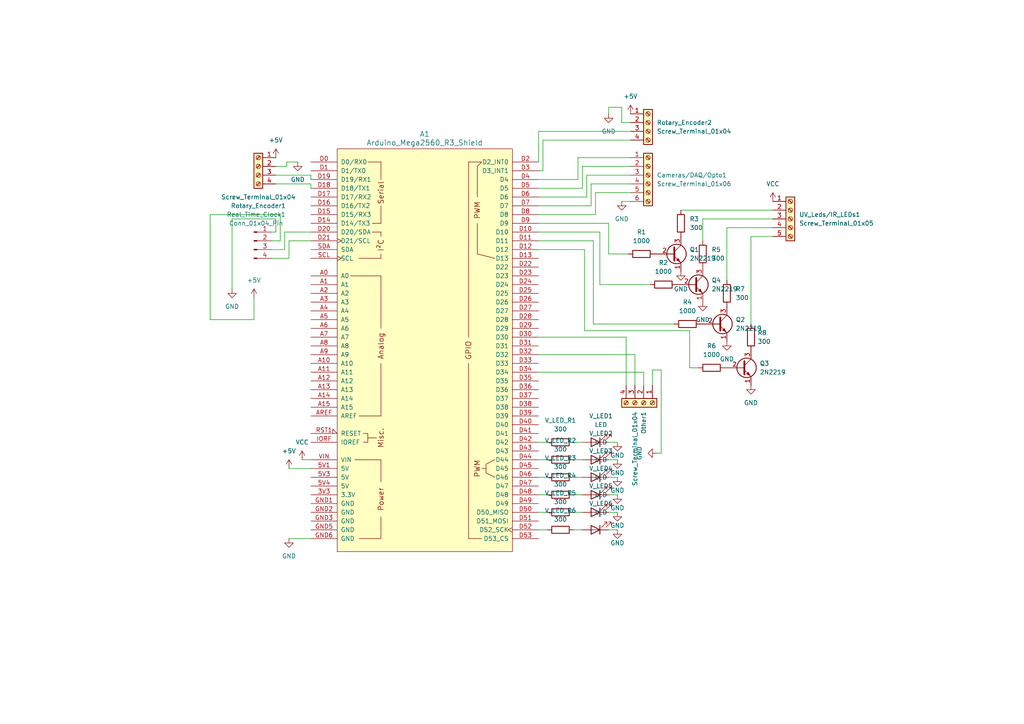
<source format=kicad_sch>
(kicad_sch
	(version 20231120)
	(generator "eeschema")
	(generator_version "8.0")
	(uuid "869f895b-0219-4429-bd3d-1dbb9d8c81ac")
	(paper "A4")
	(lib_symbols
		(symbol "Connector:Conn_01x04_Pin"
			(pin_names
				(offset 1.016) hide)
			(exclude_from_sim no)
			(in_bom yes)
			(on_board yes)
			(property "Reference" "J"
				(at 0 5.08 0)
				(effects
					(font
						(size 1.27 1.27)
					)
				)
			)
			(property "Value" "Conn_01x04_Pin"
				(at 0 -7.62 0)
				(effects
					(font
						(size 1.27 1.27)
					)
				)
			)
			(property "Footprint" ""
				(at 0 0 0)
				(effects
					(font
						(size 1.27 1.27)
					)
					(hide yes)
				)
			)
			(property "Datasheet" "~"
				(at 0 0 0)
				(effects
					(font
						(size 1.27 1.27)
					)
					(hide yes)
				)
			)
			(property "Description" "Generic connector, single row, 01x04, script generated"
				(at 0 0 0)
				(effects
					(font
						(size 1.27 1.27)
					)
					(hide yes)
				)
			)
			(property "ki_locked" ""
				(at 0 0 0)
				(effects
					(font
						(size 1.27 1.27)
					)
				)
			)
			(property "ki_keywords" "connector"
				(at 0 0 0)
				(effects
					(font
						(size 1.27 1.27)
					)
					(hide yes)
				)
			)
			(property "ki_fp_filters" "Connector*:*_1x??_*"
				(at 0 0 0)
				(effects
					(font
						(size 1.27 1.27)
					)
					(hide yes)
				)
			)
			(symbol "Conn_01x04_Pin_1_1"
				(polyline
					(pts
						(xy 1.27 -5.08) (xy 0.8636 -5.08)
					)
					(stroke
						(width 0.1524)
						(type default)
					)
					(fill
						(type none)
					)
				)
				(polyline
					(pts
						(xy 1.27 -2.54) (xy 0.8636 -2.54)
					)
					(stroke
						(width 0.1524)
						(type default)
					)
					(fill
						(type none)
					)
				)
				(polyline
					(pts
						(xy 1.27 0) (xy 0.8636 0)
					)
					(stroke
						(width 0.1524)
						(type default)
					)
					(fill
						(type none)
					)
				)
				(polyline
					(pts
						(xy 1.27 2.54) (xy 0.8636 2.54)
					)
					(stroke
						(width 0.1524)
						(type default)
					)
					(fill
						(type none)
					)
				)
				(rectangle
					(start 0.8636 -4.953)
					(end 0 -5.207)
					(stroke
						(width 0.1524)
						(type default)
					)
					(fill
						(type outline)
					)
				)
				(rectangle
					(start 0.8636 -2.413)
					(end 0 -2.667)
					(stroke
						(width 0.1524)
						(type default)
					)
					(fill
						(type outline)
					)
				)
				(rectangle
					(start 0.8636 0.127)
					(end 0 -0.127)
					(stroke
						(width 0.1524)
						(type default)
					)
					(fill
						(type outline)
					)
				)
				(rectangle
					(start 0.8636 2.667)
					(end 0 2.413)
					(stroke
						(width 0.1524)
						(type default)
					)
					(fill
						(type outline)
					)
				)
				(pin passive line
					(at 5.08 2.54 180)
					(length 3.81)
					(name "Pin_1"
						(effects
							(font
								(size 1.27 1.27)
							)
						)
					)
					(number "1"
						(effects
							(font
								(size 1.27 1.27)
							)
						)
					)
				)
				(pin passive line
					(at 5.08 0 180)
					(length 3.81)
					(name "Pin_2"
						(effects
							(font
								(size 1.27 1.27)
							)
						)
					)
					(number "2"
						(effects
							(font
								(size 1.27 1.27)
							)
						)
					)
				)
				(pin passive line
					(at 5.08 -2.54 180)
					(length 3.81)
					(name "Pin_3"
						(effects
							(font
								(size 1.27 1.27)
							)
						)
					)
					(number "3"
						(effects
							(font
								(size 1.27 1.27)
							)
						)
					)
				)
				(pin passive line
					(at 5.08 -5.08 180)
					(length 3.81)
					(name "Pin_4"
						(effects
							(font
								(size 1.27 1.27)
							)
						)
					)
					(number "4"
						(effects
							(font
								(size 1.27 1.27)
							)
						)
					)
				)
			)
		)
		(symbol "Connector:Screw_Terminal_01x04"
			(pin_names
				(offset 1.016) hide)
			(exclude_from_sim no)
			(in_bom yes)
			(on_board yes)
			(property "Reference" "J"
				(at 0 5.08 0)
				(effects
					(font
						(size 1.27 1.27)
					)
				)
			)
			(property "Value" "Screw_Terminal_01x04"
				(at 0 -7.62 0)
				(effects
					(font
						(size 1.27 1.27)
					)
				)
			)
			(property "Footprint" ""
				(at 0 0 0)
				(effects
					(font
						(size 1.27 1.27)
					)
					(hide yes)
				)
			)
			(property "Datasheet" "~"
				(at 0 0 0)
				(effects
					(font
						(size 1.27 1.27)
					)
					(hide yes)
				)
			)
			(property "Description" "Generic screw terminal, single row, 01x04, script generated (kicad-library-utils/schlib/autogen/connector/)"
				(at 0 0 0)
				(effects
					(font
						(size 1.27 1.27)
					)
					(hide yes)
				)
			)
			(property "ki_keywords" "screw terminal"
				(at 0 0 0)
				(effects
					(font
						(size 1.27 1.27)
					)
					(hide yes)
				)
			)
			(property "ki_fp_filters" "TerminalBlock*:*"
				(at 0 0 0)
				(effects
					(font
						(size 1.27 1.27)
					)
					(hide yes)
				)
			)
			(symbol "Screw_Terminal_01x04_1_1"
				(rectangle
					(start -1.27 3.81)
					(end 1.27 -6.35)
					(stroke
						(width 0.254)
						(type default)
					)
					(fill
						(type background)
					)
				)
				(circle
					(center 0 -5.08)
					(radius 0.635)
					(stroke
						(width 0.1524)
						(type default)
					)
					(fill
						(type none)
					)
				)
				(circle
					(center 0 -2.54)
					(radius 0.635)
					(stroke
						(width 0.1524)
						(type default)
					)
					(fill
						(type none)
					)
				)
				(polyline
					(pts
						(xy -0.5334 -4.7498) (xy 0.3302 -5.588)
					)
					(stroke
						(width 0.1524)
						(type default)
					)
					(fill
						(type none)
					)
				)
				(polyline
					(pts
						(xy -0.5334 -2.2098) (xy 0.3302 -3.048)
					)
					(stroke
						(width 0.1524)
						(type default)
					)
					(fill
						(type none)
					)
				)
				(polyline
					(pts
						(xy -0.5334 0.3302) (xy 0.3302 -0.508)
					)
					(stroke
						(width 0.1524)
						(type default)
					)
					(fill
						(type none)
					)
				)
				(polyline
					(pts
						(xy -0.5334 2.8702) (xy 0.3302 2.032)
					)
					(stroke
						(width 0.1524)
						(type default)
					)
					(fill
						(type none)
					)
				)
				(polyline
					(pts
						(xy -0.3556 -4.572) (xy 0.508 -5.4102)
					)
					(stroke
						(width 0.1524)
						(type default)
					)
					(fill
						(type none)
					)
				)
				(polyline
					(pts
						(xy -0.3556 -2.032) (xy 0.508 -2.8702)
					)
					(stroke
						(width 0.1524)
						(type default)
					)
					(fill
						(type none)
					)
				)
				(polyline
					(pts
						(xy -0.3556 0.508) (xy 0.508 -0.3302)
					)
					(stroke
						(width 0.1524)
						(type default)
					)
					(fill
						(type none)
					)
				)
				(polyline
					(pts
						(xy -0.3556 3.048) (xy 0.508 2.2098)
					)
					(stroke
						(width 0.1524)
						(type default)
					)
					(fill
						(type none)
					)
				)
				(circle
					(center 0 0)
					(radius 0.635)
					(stroke
						(width 0.1524)
						(type default)
					)
					(fill
						(type none)
					)
				)
				(circle
					(center 0 2.54)
					(radius 0.635)
					(stroke
						(width 0.1524)
						(type default)
					)
					(fill
						(type none)
					)
				)
				(pin passive line
					(at -5.08 2.54 0)
					(length 3.81)
					(name "Pin_1"
						(effects
							(font
								(size 1.27 1.27)
							)
						)
					)
					(number "1"
						(effects
							(font
								(size 1.27 1.27)
							)
						)
					)
				)
				(pin passive line
					(at -5.08 0 0)
					(length 3.81)
					(name "Pin_2"
						(effects
							(font
								(size 1.27 1.27)
							)
						)
					)
					(number "2"
						(effects
							(font
								(size 1.27 1.27)
							)
						)
					)
				)
				(pin passive line
					(at -5.08 -2.54 0)
					(length 3.81)
					(name "Pin_3"
						(effects
							(font
								(size 1.27 1.27)
							)
						)
					)
					(number "3"
						(effects
							(font
								(size 1.27 1.27)
							)
						)
					)
				)
				(pin passive line
					(at -5.08 -5.08 0)
					(length 3.81)
					(name "Pin_4"
						(effects
							(font
								(size 1.27 1.27)
							)
						)
					)
					(number "4"
						(effects
							(font
								(size 1.27 1.27)
							)
						)
					)
				)
			)
		)
		(symbol "Connector:Screw_Terminal_01x05"
			(pin_names
				(offset 1.016) hide)
			(exclude_from_sim no)
			(in_bom yes)
			(on_board yes)
			(property "Reference" "J"
				(at 0 7.62 0)
				(effects
					(font
						(size 1.27 1.27)
					)
				)
			)
			(property "Value" "Screw_Terminal_01x05"
				(at 0 -7.62 0)
				(effects
					(font
						(size 1.27 1.27)
					)
				)
			)
			(property "Footprint" ""
				(at 0 0 0)
				(effects
					(font
						(size 1.27 1.27)
					)
					(hide yes)
				)
			)
			(property "Datasheet" "~"
				(at 0 0 0)
				(effects
					(font
						(size 1.27 1.27)
					)
					(hide yes)
				)
			)
			(property "Description" "Generic screw terminal, single row, 01x05, script generated (kicad-library-utils/schlib/autogen/connector/)"
				(at 0 0 0)
				(effects
					(font
						(size 1.27 1.27)
					)
					(hide yes)
				)
			)
			(property "ki_keywords" "screw terminal"
				(at 0 0 0)
				(effects
					(font
						(size 1.27 1.27)
					)
					(hide yes)
				)
			)
			(property "ki_fp_filters" "TerminalBlock*:*"
				(at 0 0 0)
				(effects
					(font
						(size 1.27 1.27)
					)
					(hide yes)
				)
			)
			(symbol "Screw_Terminal_01x05_1_1"
				(rectangle
					(start -1.27 6.35)
					(end 1.27 -6.35)
					(stroke
						(width 0.254)
						(type default)
					)
					(fill
						(type background)
					)
				)
				(circle
					(center 0 -5.08)
					(radius 0.635)
					(stroke
						(width 0.1524)
						(type default)
					)
					(fill
						(type none)
					)
				)
				(circle
					(center 0 -2.54)
					(radius 0.635)
					(stroke
						(width 0.1524)
						(type default)
					)
					(fill
						(type none)
					)
				)
				(polyline
					(pts
						(xy -0.5334 -4.7498) (xy 0.3302 -5.588)
					)
					(stroke
						(width 0.1524)
						(type default)
					)
					(fill
						(type none)
					)
				)
				(polyline
					(pts
						(xy -0.5334 -2.2098) (xy 0.3302 -3.048)
					)
					(stroke
						(width 0.1524)
						(type default)
					)
					(fill
						(type none)
					)
				)
				(polyline
					(pts
						(xy -0.5334 0.3302) (xy 0.3302 -0.508)
					)
					(stroke
						(width 0.1524)
						(type default)
					)
					(fill
						(type none)
					)
				)
				(polyline
					(pts
						(xy -0.5334 2.8702) (xy 0.3302 2.032)
					)
					(stroke
						(width 0.1524)
						(type default)
					)
					(fill
						(type none)
					)
				)
				(polyline
					(pts
						(xy -0.5334 5.4102) (xy 0.3302 4.572)
					)
					(stroke
						(width 0.1524)
						(type default)
					)
					(fill
						(type none)
					)
				)
				(polyline
					(pts
						(xy -0.3556 -4.572) (xy 0.508 -5.4102)
					)
					(stroke
						(width 0.1524)
						(type default)
					)
					(fill
						(type none)
					)
				)
				(polyline
					(pts
						(xy -0.3556 -2.032) (xy 0.508 -2.8702)
					)
					(stroke
						(width 0.1524)
						(type default)
					)
					(fill
						(type none)
					)
				)
				(polyline
					(pts
						(xy -0.3556 0.508) (xy 0.508 -0.3302)
					)
					(stroke
						(width 0.1524)
						(type default)
					)
					(fill
						(type none)
					)
				)
				(polyline
					(pts
						(xy -0.3556 3.048) (xy 0.508 2.2098)
					)
					(stroke
						(width 0.1524)
						(type default)
					)
					(fill
						(type none)
					)
				)
				(polyline
					(pts
						(xy -0.3556 5.588) (xy 0.508 4.7498)
					)
					(stroke
						(width 0.1524)
						(type default)
					)
					(fill
						(type none)
					)
				)
				(circle
					(center 0 0)
					(radius 0.635)
					(stroke
						(width 0.1524)
						(type default)
					)
					(fill
						(type none)
					)
				)
				(circle
					(center 0 2.54)
					(radius 0.635)
					(stroke
						(width 0.1524)
						(type default)
					)
					(fill
						(type none)
					)
				)
				(circle
					(center 0 5.08)
					(radius 0.635)
					(stroke
						(width 0.1524)
						(type default)
					)
					(fill
						(type none)
					)
				)
				(pin passive line
					(at -5.08 5.08 0)
					(length 3.81)
					(name "Pin_1"
						(effects
							(font
								(size 1.27 1.27)
							)
						)
					)
					(number "1"
						(effects
							(font
								(size 1.27 1.27)
							)
						)
					)
				)
				(pin passive line
					(at -5.08 2.54 0)
					(length 3.81)
					(name "Pin_2"
						(effects
							(font
								(size 1.27 1.27)
							)
						)
					)
					(number "2"
						(effects
							(font
								(size 1.27 1.27)
							)
						)
					)
				)
				(pin passive line
					(at -5.08 0 0)
					(length 3.81)
					(name "Pin_3"
						(effects
							(font
								(size 1.27 1.27)
							)
						)
					)
					(number "3"
						(effects
							(font
								(size 1.27 1.27)
							)
						)
					)
				)
				(pin passive line
					(at -5.08 -2.54 0)
					(length 3.81)
					(name "Pin_4"
						(effects
							(font
								(size 1.27 1.27)
							)
						)
					)
					(number "4"
						(effects
							(font
								(size 1.27 1.27)
							)
						)
					)
				)
				(pin passive line
					(at -5.08 -5.08 0)
					(length 3.81)
					(name "Pin_5"
						(effects
							(font
								(size 1.27 1.27)
							)
						)
					)
					(number "5"
						(effects
							(font
								(size 1.27 1.27)
							)
						)
					)
				)
			)
		)
		(symbol "Connector:Screw_Terminal_01x06"
			(pin_names
				(offset 1.016) hide)
			(exclude_from_sim no)
			(in_bom yes)
			(on_board yes)
			(property "Reference" "J"
				(at 0 7.62 0)
				(effects
					(font
						(size 1.27 1.27)
					)
				)
			)
			(property "Value" "Screw_Terminal_01x06"
				(at 0 -10.16 0)
				(effects
					(font
						(size 1.27 1.27)
					)
				)
			)
			(property "Footprint" ""
				(at 0 0 0)
				(effects
					(font
						(size 1.27 1.27)
					)
					(hide yes)
				)
			)
			(property "Datasheet" "~"
				(at 0 0 0)
				(effects
					(font
						(size 1.27 1.27)
					)
					(hide yes)
				)
			)
			(property "Description" "Generic screw terminal, single row, 01x06, script generated (kicad-library-utils/schlib/autogen/connector/)"
				(at 0 0 0)
				(effects
					(font
						(size 1.27 1.27)
					)
					(hide yes)
				)
			)
			(property "ki_keywords" "screw terminal"
				(at 0 0 0)
				(effects
					(font
						(size 1.27 1.27)
					)
					(hide yes)
				)
			)
			(property "ki_fp_filters" "TerminalBlock*:*"
				(at 0 0 0)
				(effects
					(font
						(size 1.27 1.27)
					)
					(hide yes)
				)
			)
			(symbol "Screw_Terminal_01x06_1_1"
				(rectangle
					(start -1.27 6.35)
					(end 1.27 -8.89)
					(stroke
						(width 0.254)
						(type default)
					)
					(fill
						(type background)
					)
				)
				(circle
					(center 0 -7.62)
					(radius 0.635)
					(stroke
						(width 0.1524)
						(type default)
					)
					(fill
						(type none)
					)
				)
				(circle
					(center 0 -5.08)
					(radius 0.635)
					(stroke
						(width 0.1524)
						(type default)
					)
					(fill
						(type none)
					)
				)
				(circle
					(center 0 -2.54)
					(radius 0.635)
					(stroke
						(width 0.1524)
						(type default)
					)
					(fill
						(type none)
					)
				)
				(polyline
					(pts
						(xy -0.5334 -7.2898) (xy 0.3302 -8.128)
					)
					(stroke
						(width 0.1524)
						(type default)
					)
					(fill
						(type none)
					)
				)
				(polyline
					(pts
						(xy -0.5334 -4.7498) (xy 0.3302 -5.588)
					)
					(stroke
						(width 0.1524)
						(type default)
					)
					(fill
						(type none)
					)
				)
				(polyline
					(pts
						(xy -0.5334 -2.2098) (xy 0.3302 -3.048)
					)
					(stroke
						(width 0.1524)
						(type default)
					)
					(fill
						(type none)
					)
				)
				(polyline
					(pts
						(xy -0.5334 0.3302) (xy 0.3302 -0.508)
					)
					(stroke
						(width 0.1524)
						(type default)
					)
					(fill
						(type none)
					)
				)
				(polyline
					(pts
						(xy -0.5334 2.8702) (xy 0.3302 2.032)
					)
					(stroke
						(width 0.1524)
						(type default)
					)
					(fill
						(type none)
					)
				)
				(polyline
					(pts
						(xy -0.5334 5.4102) (xy 0.3302 4.572)
					)
					(stroke
						(width 0.1524)
						(type default)
					)
					(fill
						(type none)
					)
				)
				(polyline
					(pts
						(xy -0.3556 -7.112) (xy 0.508 -7.9502)
					)
					(stroke
						(width 0.1524)
						(type default)
					)
					(fill
						(type none)
					)
				)
				(polyline
					(pts
						(xy -0.3556 -4.572) (xy 0.508 -5.4102)
					)
					(stroke
						(width 0.1524)
						(type default)
					)
					(fill
						(type none)
					)
				)
				(polyline
					(pts
						(xy -0.3556 -2.032) (xy 0.508 -2.8702)
					)
					(stroke
						(width 0.1524)
						(type default)
					)
					(fill
						(type none)
					)
				)
				(polyline
					(pts
						(xy -0.3556 0.508) (xy 0.508 -0.3302)
					)
					(stroke
						(width 0.1524)
						(type default)
					)
					(fill
						(type none)
					)
				)
				(polyline
					(pts
						(xy -0.3556 3.048) (xy 0.508 2.2098)
					)
					(stroke
						(width 0.1524)
						(type default)
					)
					(fill
						(type none)
					)
				)
				(polyline
					(pts
						(xy -0.3556 5.588) (xy 0.508 4.7498)
					)
					(stroke
						(width 0.1524)
						(type default)
					)
					(fill
						(type none)
					)
				)
				(circle
					(center 0 0)
					(radius 0.635)
					(stroke
						(width 0.1524)
						(type default)
					)
					(fill
						(type none)
					)
				)
				(circle
					(center 0 2.54)
					(radius 0.635)
					(stroke
						(width 0.1524)
						(type default)
					)
					(fill
						(type none)
					)
				)
				(circle
					(center 0 5.08)
					(radius 0.635)
					(stroke
						(width 0.1524)
						(type default)
					)
					(fill
						(type none)
					)
				)
				(pin passive line
					(at -5.08 5.08 0)
					(length 3.81)
					(name "Pin_1"
						(effects
							(font
								(size 1.27 1.27)
							)
						)
					)
					(number "1"
						(effects
							(font
								(size 1.27 1.27)
							)
						)
					)
				)
				(pin passive line
					(at -5.08 2.54 0)
					(length 3.81)
					(name "Pin_2"
						(effects
							(font
								(size 1.27 1.27)
							)
						)
					)
					(number "2"
						(effects
							(font
								(size 1.27 1.27)
							)
						)
					)
				)
				(pin passive line
					(at -5.08 0 0)
					(length 3.81)
					(name "Pin_3"
						(effects
							(font
								(size 1.27 1.27)
							)
						)
					)
					(number "3"
						(effects
							(font
								(size 1.27 1.27)
							)
						)
					)
				)
				(pin passive line
					(at -5.08 -2.54 0)
					(length 3.81)
					(name "Pin_4"
						(effects
							(font
								(size 1.27 1.27)
							)
						)
					)
					(number "4"
						(effects
							(font
								(size 1.27 1.27)
							)
						)
					)
				)
				(pin passive line
					(at -5.08 -5.08 0)
					(length 3.81)
					(name "Pin_5"
						(effects
							(font
								(size 1.27 1.27)
							)
						)
					)
					(number "5"
						(effects
							(font
								(size 1.27 1.27)
							)
						)
					)
				)
				(pin passive line
					(at -5.08 -7.62 0)
					(length 3.81)
					(name "Pin_6"
						(effects
							(font
								(size 1.27 1.27)
							)
						)
					)
					(number "6"
						(effects
							(font
								(size 1.27 1.27)
							)
						)
					)
				)
			)
		)
		(symbol "Device:LED"
			(pin_numbers hide)
			(pin_names
				(offset 1.016) hide)
			(exclude_from_sim no)
			(in_bom yes)
			(on_board yes)
			(property "Reference" "D"
				(at 0 2.54 0)
				(effects
					(font
						(size 1.27 1.27)
					)
				)
			)
			(property "Value" "LED"
				(at 0 -2.54 0)
				(effects
					(font
						(size 1.27 1.27)
					)
				)
			)
			(property "Footprint" ""
				(at 0 0 0)
				(effects
					(font
						(size 1.27 1.27)
					)
					(hide yes)
				)
			)
			(property "Datasheet" "~"
				(at 0 0 0)
				(effects
					(font
						(size 1.27 1.27)
					)
					(hide yes)
				)
			)
			(property "Description" "Light emitting diode"
				(at 0 0 0)
				(effects
					(font
						(size 1.27 1.27)
					)
					(hide yes)
				)
			)
			(property "ki_keywords" "LED diode"
				(at 0 0 0)
				(effects
					(font
						(size 1.27 1.27)
					)
					(hide yes)
				)
			)
			(property "ki_fp_filters" "LED* LED_SMD:* LED_THT:*"
				(at 0 0 0)
				(effects
					(font
						(size 1.27 1.27)
					)
					(hide yes)
				)
			)
			(symbol "LED_0_1"
				(polyline
					(pts
						(xy -1.27 -1.27) (xy -1.27 1.27)
					)
					(stroke
						(width 0.254)
						(type default)
					)
					(fill
						(type none)
					)
				)
				(polyline
					(pts
						(xy -1.27 0) (xy 1.27 0)
					)
					(stroke
						(width 0)
						(type default)
					)
					(fill
						(type none)
					)
				)
				(polyline
					(pts
						(xy 1.27 -1.27) (xy 1.27 1.27) (xy -1.27 0) (xy 1.27 -1.27)
					)
					(stroke
						(width 0.254)
						(type default)
					)
					(fill
						(type none)
					)
				)
				(polyline
					(pts
						(xy -3.048 -0.762) (xy -4.572 -2.286) (xy -3.81 -2.286) (xy -4.572 -2.286) (xy -4.572 -1.524)
					)
					(stroke
						(width 0)
						(type default)
					)
					(fill
						(type none)
					)
				)
				(polyline
					(pts
						(xy -1.778 -0.762) (xy -3.302 -2.286) (xy -2.54 -2.286) (xy -3.302 -2.286) (xy -3.302 -1.524)
					)
					(stroke
						(width 0)
						(type default)
					)
					(fill
						(type none)
					)
				)
			)
			(symbol "LED_1_1"
				(pin passive line
					(at -3.81 0 0)
					(length 2.54)
					(name "K"
						(effects
							(font
								(size 1.27 1.27)
							)
						)
					)
					(number "1"
						(effects
							(font
								(size 1.27 1.27)
							)
						)
					)
				)
				(pin passive line
					(at 3.81 0 180)
					(length 2.54)
					(name "A"
						(effects
							(font
								(size 1.27 1.27)
							)
						)
					)
					(number "2"
						(effects
							(font
								(size 1.27 1.27)
							)
						)
					)
				)
			)
		)
		(symbol "Device:R"
			(pin_numbers hide)
			(pin_names
				(offset 0)
			)
			(exclude_from_sim no)
			(in_bom yes)
			(on_board yes)
			(property "Reference" "R"
				(at 2.032 0 90)
				(effects
					(font
						(size 1.27 1.27)
					)
				)
			)
			(property "Value" "R"
				(at 0 0 90)
				(effects
					(font
						(size 1.27 1.27)
					)
				)
			)
			(property "Footprint" ""
				(at -1.778 0 90)
				(effects
					(font
						(size 1.27 1.27)
					)
					(hide yes)
				)
			)
			(property "Datasheet" "~"
				(at 0 0 0)
				(effects
					(font
						(size 1.27 1.27)
					)
					(hide yes)
				)
			)
			(property "Description" "Resistor"
				(at 0 0 0)
				(effects
					(font
						(size 1.27 1.27)
					)
					(hide yes)
				)
			)
			(property "ki_keywords" "R res resistor"
				(at 0 0 0)
				(effects
					(font
						(size 1.27 1.27)
					)
					(hide yes)
				)
			)
			(property "ki_fp_filters" "R_*"
				(at 0 0 0)
				(effects
					(font
						(size 1.27 1.27)
					)
					(hide yes)
				)
			)
			(symbol "R_0_1"
				(rectangle
					(start -1.016 -2.54)
					(end 1.016 2.54)
					(stroke
						(width 0.254)
						(type default)
					)
					(fill
						(type none)
					)
				)
			)
			(symbol "R_1_1"
				(pin passive line
					(at 0 3.81 270)
					(length 1.27)
					(name "~"
						(effects
							(font
								(size 1.27 1.27)
							)
						)
					)
					(number "1"
						(effects
							(font
								(size 1.27 1.27)
							)
						)
					)
				)
				(pin passive line
					(at 0 -3.81 90)
					(length 1.27)
					(name "~"
						(effects
							(font
								(size 1.27 1.27)
							)
						)
					)
					(number "2"
						(effects
							(font
								(size 1.27 1.27)
							)
						)
					)
				)
			)
		)
		(symbol "Transistor_BJT:2N2219"
			(pin_names
				(offset 0) hide)
			(exclude_from_sim no)
			(in_bom yes)
			(on_board yes)
			(property "Reference" "Q"
				(at 5.08 1.905 0)
				(effects
					(font
						(size 1.27 1.27)
					)
					(justify left)
				)
			)
			(property "Value" "2N2219"
				(at 5.08 0 0)
				(effects
					(font
						(size 1.27 1.27)
					)
					(justify left)
				)
			)
			(property "Footprint" "Package_TO_SOT_THT:TO-39-3"
				(at 5.08 -1.905 0)
				(effects
					(font
						(size 1.27 1.27)
						(italic yes)
					)
					(justify left)
					(hide yes)
				)
			)
			(property "Datasheet" "http://www.onsemi.com/pub_link/Collateral/2N2219-D.PDF"
				(at 0 0 0)
				(effects
					(font
						(size 1.27 1.27)
					)
					(justify left)
					(hide yes)
				)
			)
			(property "Description" "800mA Ic, 50V Vce, NPN Transistor, TO-39"
				(at 0 0 0)
				(effects
					(font
						(size 1.27 1.27)
					)
					(hide yes)
				)
			)
			(property "ki_keywords" "NPN Transistor"
				(at 0 0 0)
				(effects
					(font
						(size 1.27 1.27)
					)
					(hide yes)
				)
			)
			(property "ki_fp_filters" "TO?39*"
				(at 0 0 0)
				(effects
					(font
						(size 1.27 1.27)
					)
					(hide yes)
				)
			)
			(symbol "2N2219_0_1"
				(polyline
					(pts
						(xy 0.635 0.635) (xy 2.54 2.54)
					)
					(stroke
						(width 0)
						(type default)
					)
					(fill
						(type none)
					)
				)
				(polyline
					(pts
						(xy 0.635 -0.635) (xy 2.54 -2.54) (xy 2.54 -2.54)
					)
					(stroke
						(width 0)
						(type default)
					)
					(fill
						(type none)
					)
				)
				(polyline
					(pts
						(xy 0.635 1.905) (xy 0.635 -1.905) (xy 0.635 -1.905)
					)
					(stroke
						(width 0.508)
						(type default)
					)
					(fill
						(type none)
					)
				)
				(polyline
					(pts
						(xy 1.27 -1.778) (xy 1.778 -1.27) (xy 2.286 -2.286) (xy 1.27 -1.778) (xy 1.27 -1.778)
					)
					(stroke
						(width 0)
						(type default)
					)
					(fill
						(type outline)
					)
				)
				(circle
					(center 1.27 0)
					(radius 2.8194)
					(stroke
						(width 0.254)
						(type default)
					)
					(fill
						(type none)
					)
				)
			)
			(symbol "2N2219_1_1"
				(pin passive line
					(at 2.54 -5.08 90)
					(length 2.54)
					(name "E"
						(effects
							(font
								(size 1.27 1.27)
							)
						)
					)
					(number "1"
						(effects
							(font
								(size 1.27 1.27)
							)
						)
					)
				)
				(pin passive line
					(at -5.08 0 0)
					(length 5.715)
					(name "B"
						(effects
							(font
								(size 1.27 1.27)
							)
						)
					)
					(number "2"
						(effects
							(font
								(size 1.27 1.27)
							)
						)
					)
				)
				(pin passive line
					(at 2.54 5.08 270)
					(length 2.54)
					(name "C"
						(effects
							(font
								(size 1.27 1.27)
							)
						)
					)
					(number "3"
						(effects
							(font
								(size 1.27 1.27)
							)
						)
					)
				)
			)
		)
		(symbol "arduino-library_2:Arduino_Mega2560_R3_Shield_Middle_Removed"
			(pin_names
				(offset 1.016)
			)
			(exclude_from_sim no)
			(in_bom yes)
			(on_board yes)
			(property "Reference" "A"
				(at 0 -62.23 0)
				(effects
					(font
						(size 1.524 1.524)
					)
				)
			)
			(property "Value" "Arduino_Mega2560_R3_Shield"
				(at 0 -66.04 0)
				(effects
					(font
						(size 1.524 1.524)
					)
				)
			)
			(property "Footprint" "PCM_arduino-library:Arduino_Mega2560_R3_Shield"
				(at 0 -73.66 0)
				(effects
					(font
						(size 1.524 1.524)
					)
					(hide yes)
				)
			)
			(property "Datasheet" "https://docs.arduino.cc/hardware/mega-2560"
				(at 0 -69.85 0)
				(effects
					(font
						(size 1.524 1.524)
					)
					(hide yes)
				)
			)
			(property "Description" "Shield for Arduino Mega 2560 R3"
				(at 0 0 0)
				(effects
					(font
						(size 1.27 1.27)
					)
					(hide yes)
				)
			)
			(property "ki_keywords" "Arduino MPU Shield"
				(at 0 0 0)
				(effects
					(font
						(size 1.27 1.27)
					)
					(hide yes)
				)
			)
			(property "ki_fp_filters" "Arduino_Mega2560_R3_Shield"
				(at 0 0 0)
				(effects
					(font
						(size 1.27 1.27)
					)
					(hide yes)
				)
			)
			(symbol "Arduino_Mega2560_R3_Shield_Middle_Removed_0_0"
				(rectangle
					(start -25.4 58.42)
					(end 25.4 -58.42)
					(stroke
						(width 0)
						(type default)
					)
					(fill
						(type background)
					)
				)
				(rectangle
					(start -20.32 -31.75)
					(end -12.7 -31.75)
					(stroke
						(width 0)
						(type default)
					)
					(fill
						(type none)
					)
				)
				(rectangle
					(start -19.05 -54.61)
					(end -12.7 -54.61)
					(stroke
						(width 0)
						(type default)
					)
					(fill
						(type none)
					)
				)
				(rectangle
					(start -19.05 -19.05)
					(end -12.7 -19.05)
					(stroke
						(width 0)
						(type default)
					)
					(fill
						(type none)
					)
				)
				(rectangle
					(start -19.05 26.67)
					(end -12.7 26.67)
					(stroke
						(width 0)
						(type default)
					)
					(fill
						(type none)
					)
				)
				(rectangle
					(start -17.78 -26.67)
					(end -16.51 -26.67)
					(stroke
						(width 0)
						(type default)
					)
					(fill
						(type none)
					)
				)
				(rectangle
					(start -17.78 -24.13)
					(end -16.51 -24.13)
					(stroke
						(width 0)
						(type default)
					)
					(fill
						(type none)
					)
				)
				(rectangle
					(start -16.51 -25.4)
					(end -13.97 -25.4)
					(stroke
						(width 0)
						(type default)
					)
					(fill
						(type none)
					)
				)
				(rectangle
					(start -16.51 -24.13)
					(end -16.51 -26.67)
					(stroke
						(width 0)
						(type default)
					)
					(fill
						(type none)
					)
				)
				(rectangle
					(start -16.51 54.61)
					(end -12.7 54.61)
					(stroke
						(width 0)
						(type default)
					)
					(fill
						(type none)
					)
				)
				(rectangle
					(start -15.24 34.29)
					(end -12.7 34.29)
					(stroke
						(width 0)
						(type default)
					)
					(fill
						(type none)
					)
				)
				(rectangle
					(start -15.24 36.83)
					(end -12.7 36.83)
					(stroke
						(width 0)
						(type default)
					)
					(fill
						(type none)
					)
				)
				(rectangle
					(start -12.7 -54.61)
					(end -12.7 -48.26)
					(stroke
						(width 0)
						(type default)
					)
					(fill
						(type none)
					)
				)
				(rectangle
					(start -12.7 -31.75)
					(end -12.7 -38.1)
					(stroke
						(width 0)
						(type default)
					)
					(fill
						(type none)
					)
				)
				(rectangle
					(start -12.7 26.67)
					(end -12.7 27.94)
					(stroke
						(width 0)
						(type default)
					)
					(fill
						(type none)
					)
				)
				(rectangle
					(start -12.7 34.29)
					(end -12.7 33.02)
					(stroke
						(width 0)
						(type default)
					)
					(fill
						(type none)
					)
				)
				(rectangle
					(start -12.7 41.91)
					(end -12.7 36.83)
					(stroke
						(width 0)
						(type default)
					)
					(fill
						(type none)
					)
				)
				(rectangle
					(start -12.7 49.53)
					(end -12.7 54.61)
					(stroke
						(width 0)
						(type default)
					)
					(fill
						(type none)
					)
				)
				(polyline
					(pts
						(xy -21.59 21.59) (xy -12.7 21.59)
					)
					(stroke
						(width 0)
						(type default)
					)
					(fill
						(type none)
					)
				)
				(polyline
					(pts
						(xy -12.7 -19.05) (xy -12.7 -3.81)
					)
					(stroke
						(width 0)
						(type default)
					)
					(fill
						(type none)
					)
				)
				(polyline
					(pts
						(xy -12.7 6.35) (xy -12.7 21.59)
					)
					(stroke
						(width 0)
						(type default)
					)
					(fill
						(type none)
					)
				)
				(polyline
					(pts
						(xy 12.7 -54.61) (xy 16.51 -54.61)
					)
					(stroke
						(width 0)
						(type default)
					)
					(fill
						(type none)
					)
				)
				(polyline
					(pts
						(xy 12.7 54.61) (xy 16.51 54.61)
					)
					(stroke
						(width 0)
						(type default)
					)
					(fill
						(type none)
					)
				)
				(polyline
					(pts
						(xy 17.78 -34.29) (xy 16.51 -34.29)
					)
					(stroke
						(width 0)
						(type default)
					)
					(fill
						(type none)
					)
				)
				(polyline
					(pts
						(xy 15.24 36.83) (xy 15.24 27.94) (xy 20.32 26.67)
					)
					(stroke
						(width 0)
						(type default)
					)
					(fill
						(type none)
					)
				)
				(polyline
					(pts
						(xy 15.24 44.45) (xy 15.24 53.34) (xy 16.51 54.61)
					)
					(stroke
						(width 0)
						(type default)
					)
					(fill
						(type none)
					)
				)
				(polyline
					(pts
						(xy 20.32 -31.75) (xy 17.78 -33.02) (xy 17.78 -35.56) (xy 20.32 -36.83)
					)
					(stroke
						(width 0)
						(type default)
					)
					(fill
						(type none)
					)
				)
				(text "Analog"
					(at -12.7 1.27 900)
					(effects
						(font
							(size 1.524 1.524)
						)
					)
				)
				(text "I²C"
					(at -12.7 30.48 900)
					(effects
						(font
							(size 1.524 1.524)
						)
					)
				)
				(text "Misc."
					(at -12.7 -25.4 900)
					(effects
						(font
							(size 1.524 1.524)
						)
					)
				)
				(text "Power"
					(at -12.7 -43.18 900)
					(effects
						(font
							(size 1.524 1.524)
						)
					)
				)
				(text "PWM"
					(at 15.24 -34.29 900)
					(effects
						(font
							(size 1.524 1.524)
						)
					)
				)
				(text "PWM"
					(at 15.24 40.64 900)
					(effects
						(font
							(size 1.524 1.524)
						)
					)
				)
				(text "Serial"
					(at -12.7 45.72 900)
					(effects
						(font
							(size 1.524 1.524)
						)
					)
				)
			)
			(symbol "Arduino_Mega2560_R3_Shield_Middle_Removed_1_0"
				(rectangle
					(start 12.7 -54.61)
					(end 12.7 -3.81)
					(stroke
						(width 0)
						(type default)
					)
					(fill
						(type none)
					)
				)
				(rectangle
					(start 12.7 54.61)
					(end 12.7 3.81)
					(stroke
						(width 0)
						(type default)
					)
					(fill
						(type none)
					)
				)
				(text "GPIO"
					(at 12.7 0 900)
					(effects
						(font
							(size 1.524 1.524)
						)
					)
				)
			)
			(symbol "Arduino_Mega2560_R3_Shield_Middle_Removed_1_1"
				(pin power_out line
					(at -33.02 -41.91 0)
					(length 7.62)
					(name "3.3V"
						(effects
							(font
								(size 1.27 1.27)
							)
						)
					)
					(number "3V3"
						(effects
							(font
								(size 1.27 1.27)
							)
						)
					)
				)
				(pin power_in line
					(at -33.02 -34.29 0)
					(length 7.62)
					(name "5V"
						(effects
							(font
								(size 1.27 1.27)
							)
						)
					)
					(number "5V1"
						(effects
							(font
								(size 1.27 1.27)
							)
						)
					)
				)
				(pin power_in line
					(at -33.02 -36.83 0)
					(length 7.62)
					(name "5V"
						(effects
							(font
								(size 1.27 1.27)
							)
						)
					)
					(number "5V3"
						(effects
							(font
								(size 1.27 1.27)
							)
						)
					)
				)
				(pin power_in line
					(at -33.02 -39.37 0)
					(length 7.62)
					(name "5V"
						(effects
							(font
								(size 1.27 1.27)
							)
						)
					)
					(number "5V4"
						(effects
							(font
								(size 1.27 1.27)
							)
						)
					)
				)
				(pin bidirectional line
					(at -33.02 21.59 0)
					(length 7.62)
					(name "A0"
						(effects
							(font
								(size 1.27 1.27)
							)
						)
					)
					(number "A0"
						(effects
							(font
								(size 1.27 1.27)
							)
						)
					)
				)
				(pin bidirectional line
					(at -33.02 19.05 0)
					(length 7.62)
					(name "A1"
						(effects
							(font
								(size 1.27 1.27)
							)
						)
					)
					(number "A1"
						(effects
							(font
								(size 1.27 1.27)
							)
						)
					)
				)
				(pin bidirectional line
					(at -33.02 -3.81 0)
					(length 7.62)
					(name "A10"
						(effects
							(font
								(size 1.27 1.27)
							)
						)
					)
					(number "A10"
						(effects
							(font
								(size 1.27 1.27)
							)
						)
					)
				)
				(pin bidirectional line
					(at -33.02 -6.35 0)
					(length 7.62)
					(name "A11"
						(effects
							(font
								(size 1.27 1.27)
							)
						)
					)
					(number "A11"
						(effects
							(font
								(size 1.27 1.27)
							)
						)
					)
				)
				(pin bidirectional line
					(at -33.02 -8.89 0)
					(length 7.62)
					(name "A12"
						(effects
							(font
								(size 1.27 1.27)
							)
						)
					)
					(number "A12"
						(effects
							(font
								(size 1.27 1.27)
							)
						)
					)
				)
				(pin bidirectional line
					(at -33.02 -11.43 0)
					(length 7.62)
					(name "A13"
						(effects
							(font
								(size 1.27 1.27)
							)
						)
					)
					(number "A13"
						(effects
							(font
								(size 1.27 1.27)
							)
						)
					)
				)
				(pin bidirectional line
					(at -33.02 -13.97 0)
					(length 7.62)
					(name "A14"
						(effects
							(font
								(size 1.27 1.27)
							)
						)
					)
					(number "A14"
						(effects
							(font
								(size 1.27 1.27)
							)
						)
					)
				)
				(pin bidirectional line
					(at -33.02 -16.51 0)
					(length 7.62)
					(name "A15"
						(effects
							(font
								(size 1.27 1.27)
							)
						)
					)
					(number "A15"
						(effects
							(font
								(size 1.27 1.27)
							)
						)
					)
				)
				(pin bidirectional line
					(at -33.02 16.51 0)
					(length 7.62)
					(name "A2"
						(effects
							(font
								(size 1.27 1.27)
							)
						)
					)
					(number "A2"
						(effects
							(font
								(size 1.27 1.27)
							)
						)
					)
				)
				(pin bidirectional line
					(at -33.02 13.97 0)
					(length 7.62)
					(name "A3"
						(effects
							(font
								(size 1.27 1.27)
							)
						)
					)
					(number "A3"
						(effects
							(font
								(size 1.27 1.27)
							)
						)
					)
				)
				(pin bidirectional line
					(at -33.02 11.43 0)
					(length 7.62)
					(name "A4"
						(effects
							(font
								(size 1.27 1.27)
							)
						)
					)
					(number "A4"
						(effects
							(font
								(size 1.27 1.27)
							)
						)
					)
				)
				(pin bidirectional line
					(at -33.02 8.89 0)
					(length 7.62)
					(name "A5"
						(effects
							(font
								(size 1.27 1.27)
							)
						)
					)
					(number "A5"
						(effects
							(font
								(size 1.27 1.27)
							)
						)
					)
				)
				(pin bidirectional line
					(at -33.02 6.35 0)
					(length 7.62)
					(name "A6"
						(effects
							(font
								(size 1.27 1.27)
							)
						)
					)
					(number "A6"
						(effects
							(font
								(size 1.27 1.27)
							)
						)
					)
				)
				(pin bidirectional line
					(at -33.02 3.81 0)
					(length 7.62)
					(name "A7"
						(effects
							(font
								(size 1.27 1.27)
							)
						)
					)
					(number "A7"
						(effects
							(font
								(size 1.27 1.27)
							)
						)
					)
				)
				(pin bidirectional line
					(at -33.02 1.27 0)
					(length 7.62)
					(name "A8"
						(effects
							(font
								(size 1.27 1.27)
							)
						)
					)
					(number "A8"
						(effects
							(font
								(size 1.27 1.27)
							)
						)
					)
				)
				(pin bidirectional line
					(at -33.02 -1.27 0)
					(length 7.62)
					(name "A9"
						(effects
							(font
								(size 1.27 1.27)
							)
						)
					)
					(number "A9"
						(effects
							(font
								(size 1.27 1.27)
							)
						)
					)
				)
				(pin input line
					(at -33.02 -19.05 0)
					(length 7.62)
					(name "AREF"
						(effects
							(font
								(size 1.27 1.27)
							)
						)
					)
					(number "AREF"
						(effects
							(font
								(size 1.27 1.27)
							)
						)
					)
				)
				(pin bidirectional line
					(at -33.02 54.61 0)
					(length 7.62)
					(name "D0/RX0"
						(effects
							(font
								(size 1.27 1.27)
							)
						)
					)
					(number "D0"
						(effects
							(font
								(size 1.27 1.27)
							)
						)
					)
				)
				(pin bidirectional line
					(at -33.02 52.07 0)
					(length 7.62)
					(name "D1/TX0"
						(effects
							(font
								(size 1.27 1.27)
							)
						)
					)
					(number "D1"
						(effects
							(font
								(size 1.27 1.27)
							)
						)
					)
				)
				(pin bidirectional line
					(at 33.02 34.29 180)
					(length 7.62)
					(name "D10"
						(effects
							(font
								(size 1.27 1.27)
							)
						)
					)
					(number "D10"
						(effects
							(font
								(size 1.27 1.27)
							)
						)
					)
				)
				(pin bidirectional line
					(at 33.02 31.75 180)
					(length 7.62)
					(name "D11"
						(effects
							(font
								(size 1.27 1.27)
							)
						)
					)
					(number "D11"
						(effects
							(font
								(size 1.27 1.27)
							)
						)
					)
				)
				(pin bidirectional line
					(at 33.02 29.21 180)
					(length 7.62)
					(name "D12"
						(effects
							(font
								(size 1.27 1.27)
							)
						)
					)
					(number "D12"
						(effects
							(font
								(size 1.27 1.27)
							)
						)
					)
				)
				(pin bidirectional line
					(at 33.02 26.67 180)
					(length 7.62)
					(name "D13"
						(effects
							(font
								(size 1.27 1.27)
							)
						)
					)
					(number "D13"
						(effects
							(font
								(size 1.27 1.27)
							)
						)
					)
				)
				(pin bidirectional line
					(at -33.02 36.83 0)
					(length 7.62)
					(name "D14/TX3"
						(effects
							(font
								(size 1.27 1.27)
							)
						)
					)
					(number "D14"
						(effects
							(font
								(size 1.27 1.27)
							)
						)
					)
				)
				(pin bidirectional line
					(at -33.02 39.37 0)
					(length 7.62)
					(name "D15/RX3"
						(effects
							(font
								(size 1.27 1.27)
							)
						)
					)
					(number "D15"
						(effects
							(font
								(size 1.27 1.27)
							)
						)
					)
				)
				(pin bidirectional line
					(at -33.02 41.91 0)
					(length 7.62)
					(name "D16/TX2"
						(effects
							(font
								(size 1.27 1.27)
							)
						)
					)
					(number "D16"
						(effects
							(font
								(size 1.27 1.27)
							)
						)
					)
				)
				(pin bidirectional line
					(at -33.02 44.45 0)
					(length 7.62)
					(name "D17/RX2"
						(effects
							(font
								(size 1.27 1.27)
							)
						)
					)
					(number "D17"
						(effects
							(font
								(size 1.27 1.27)
							)
						)
					)
				)
				(pin bidirectional line
					(at -33.02 46.99 0)
					(length 7.62)
					(name "D18/TX1"
						(effects
							(font
								(size 1.27 1.27)
							)
						)
					)
					(number "D18"
						(effects
							(font
								(size 1.27 1.27)
							)
						)
					)
				)
				(pin bidirectional line
					(at -33.02 49.53 0)
					(length 7.62)
					(name "D19/RX1"
						(effects
							(font
								(size 1.27 1.27)
							)
						)
					)
					(number "D19"
						(effects
							(font
								(size 1.27 1.27)
							)
						)
					)
				)
				(pin bidirectional line
					(at 33.02 54.61 180)
					(length 7.62)
					(name "D2_INT0"
						(effects
							(font
								(size 1.27 1.27)
							)
						)
					)
					(number "D2"
						(effects
							(font
								(size 1.27 1.27)
							)
						)
					)
				)
				(pin bidirectional line
					(at -33.02 34.29 0)
					(length 7.62)
					(name "D20/SDA"
						(effects
							(font
								(size 1.27 1.27)
							)
						)
					)
					(number "D20"
						(effects
							(font
								(size 1.27 1.27)
							)
						)
					)
				)
				(pin bidirectional clock
					(at -33.02 31.75 0)
					(length 7.62)
					(name "D21/SCL"
						(effects
							(font
								(size 1.27 1.27)
							)
						)
					)
					(number "D21"
						(effects
							(font
								(size 1.27 1.27)
							)
						)
					)
				)
				(pin bidirectional line
					(at 33.02 24.13 180)
					(length 7.62)
					(name "D22"
						(effects
							(font
								(size 1.27 1.27)
							)
						)
					)
					(number "D22"
						(effects
							(font
								(size 1.27 1.27)
							)
						)
					)
				)
				(pin bidirectional line
					(at 33.02 21.59 180)
					(length 7.62)
					(name "D23"
						(effects
							(font
								(size 1.27 1.27)
							)
						)
					)
					(number "D23"
						(effects
							(font
								(size 1.27 1.27)
							)
						)
					)
				)
				(pin bidirectional line
					(at 33.02 19.05 180)
					(length 7.62)
					(name "D24"
						(effects
							(font
								(size 1.27 1.27)
							)
						)
					)
					(number "D24"
						(effects
							(font
								(size 1.27 1.27)
							)
						)
					)
				)
				(pin bidirectional line
					(at 33.02 16.51 180)
					(length 7.62)
					(name "D25"
						(effects
							(font
								(size 1.27 1.27)
							)
						)
					)
					(number "D25"
						(effects
							(font
								(size 1.27 1.27)
							)
						)
					)
				)
				(pin bidirectional line
					(at 33.02 13.97 180)
					(length 7.62)
					(name "D26"
						(effects
							(font
								(size 1.27 1.27)
							)
						)
					)
					(number "D26"
						(effects
							(font
								(size 1.27 1.27)
							)
						)
					)
				)
				(pin bidirectional line
					(at 33.02 11.43 180)
					(length 7.62)
					(name "D27"
						(effects
							(font
								(size 1.27 1.27)
							)
						)
					)
					(number "D27"
						(effects
							(font
								(size 1.27 1.27)
							)
						)
					)
				)
				(pin bidirectional line
					(at 33.02 8.89 180)
					(length 7.62)
					(name "D28"
						(effects
							(font
								(size 1.27 1.27)
							)
						)
					)
					(number "D28"
						(effects
							(font
								(size 1.27 1.27)
							)
						)
					)
				)
				(pin bidirectional line
					(at 33.02 6.35 180)
					(length 7.62)
					(name "D29"
						(effects
							(font
								(size 1.27 1.27)
							)
						)
					)
					(number "D29"
						(effects
							(font
								(size 1.27 1.27)
							)
						)
					)
				)
				(pin bidirectional line
					(at 33.02 52.07 180)
					(length 7.62)
					(name "D3_INT1"
						(effects
							(font
								(size 1.27 1.27)
							)
						)
					)
					(number "D3"
						(effects
							(font
								(size 1.27 1.27)
							)
						)
					)
				)
				(pin bidirectional line
					(at 33.02 3.81 180)
					(length 7.62)
					(name "D30"
						(effects
							(font
								(size 1.27 1.27)
							)
						)
					)
					(number "D30"
						(effects
							(font
								(size 1.27 1.27)
							)
						)
					)
				)
				(pin bidirectional line
					(at 33.02 1.27 180)
					(length 7.62)
					(name "D31"
						(effects
							(font
								(size 1.27 1.27)
							)
						)
					)
					(number "D31"
						(effects
							(font
								(size 1.27 1.27)
							)
						)
					)
				)
				(pin bidirectional line
					(at 33.02 -1.27 180)
					(length 7.62)
					(name "D32"
						(effects
							(font
								(size 1.27 1.27)
							)
						)
					)
					(number "D32"
						(effects
							(font
								(size 1.27 1.27)
							)
						)
					)
				)
				(pin bidirectional line
					(at 33.02 -3.81 180)
					(length 7.62)
					(name "D33"
						(effects
							(font
								(size 1.27 1.27)
							)
						)
					)
					(number "D33"
						(effects
							(font
								(size 1.27 1.27)
							)
						)
					)
				)
				(pin bidirectional line
					(at 33.02 -6.35 180)
					(length 7.62)
					(name "D34"
						(effects
							(font
								(size 1.27 1.27)
							)
						)
					)
					(number "D34"
						(effects
							(font
								(size 1.27 1.27)
							)
						)
					)
				)
				(pin bidirectional line
					(at 33.02 -8.89 180)
					(length 7.62)
					(name "D35"
						(effects
							(font
								(size 1.27 1.27)
							)
						)
					)
					(number "D35"
						(effects
							(font
								(size 1.27 1.27)
							)
						)
					)
				)
				(pin bidirectional line
					(at 33.02 -11.43 180)
					(length 7.62)
					(name "D36"
						(effects
							(font
								(size 1.27 1.27)
							)
						)
					)
					(number "D36"
						(effects
							(font
								(size 1.27 1.27)
							)
						)
					)
				)
				(pin bidirectional line
					(at 33.02 -13.97 180)
					(length 7.62)
					(name "D37"
						(effects
							(font
								(size 1.27 1.27)
							)
						)
					)
					(number "D37"
						(effects
							(font
								(size 1.27 1.27)
							)
						)
					)
				)
				(pin bidirectional line
					(at 33.02 -16.51 180)
					(length 7.62)
					(name "D38"
						(effects
							(font
								(size 1.27 1.27)
							)
						)
					)
					(number "D38"
						(effects
							(font
								(size 1.27 1.27)
							)
						)
					)
				)
				(pin bidirectional line
					(at 33.02 -19.05 180)
					(length 7.62)
					(name "D39"
						(effects
							(font
								(size 1.27 1.27)
							)
						)
					)
					(number "D39"
						(effects
							(font
								(size 1.27 1.27)
							)
						)
					)
				)
				(pin bidirectional line
					(at 33.02 49.53 180)
					(length 7.62)
					(name "D4"
						(effects
							(font
								(size 1.27 1.27)
							)
						)
					)
					(number "D4"
						(effects
							(font
								(size 1.27 1.27)
							)
						)
					)
				)
				(pin bidirectional line
					(at 33.02 -21.59 180)
					(length 7.62)
					(name "D40"
						(effects
							(font
								(size 1.27 1.27)
							)
						)
					)
					(number "D40"
						(effects
							(font
								(size 1.27 1.27)
							)
						)
					)
				)
				(pin bidirectional line
					(at 33.02 -24.13 180)
					(length 7.62)
					(name "D41"
						(effects
							(font
								(size 1.27 1.27)
							)
						)
					)
					(number "D41"
						(effects
							(font
								(size 1.27 1.27)
							)
						)
					)
				)
				(pin bidirectional line
					(at 33.02 -26.67 180)
					(length 7.62)
					(name "D42"
						(effects
							(font
								(size 1.27 1.27)
							)
						)
					)
					(number "D42"
						(effects
							(font
								(size 1.27 1.27)
							)
						)
					)
				)
				(pin bidirectional line
					(at 33.02 -29.21 180)
					(length 7.62)
					(name "D43"
						(effects
							(font
								(size 1.27 1.27)
							)
						)
					)
					(number "D43"
						(effects
							(font
								(size 1.27 1.27)
							)
						)
					)
				)
				(pin bidirectional line
					(at 33.02 -31.75 180)
					(length 7.62)
					(name "D44"
						(effects
							(font
								(size 1.27 1.27)
							)
						)
					)
					(number "D44"
						(effects
							(font
								(size 1.27 1.27)
							)
						)
					)
				)
				(pin bidirectional line
					(at 33.02 -34.29 180)
					(length 7.62)
					(name "D45"
						(effects
							(font
								(size 1.27 1.27)
							)
						)
					)
					(number "D45"
						(effects
							(font
								(size 1.27 1.27)
							)
						)
					)
				)
				(pin bidirectional line
					(at 33.02 -36.83 180)
					(length 7.62)
					(name "D46"
						(effects
							(font
								(size 1.27 1.27)
							)
						)
					)
					(number "D46"
						(effects
							(font
								(size 1.27 1.27)
							)
						)
					)
				)
				(pin bidirectional line
					(at 33.02 -39.37 180)
					(length 7.62)
					(name "D47"
						(effects
							(font
								(size 1.27 1.27)
							)
						)
					)
					(number "D47"
						(effects
							(font
								(size 1.27 1.27)
							)
						)
					)
				)
				(pin bidirectional line
					(at 33.02 -41.91 180)
					(length 7.62)
					(name "D48"
						(effects
							(font
								(size 1.27 1.27)
							)
						)
					)
					(number "D48"
						(effects
							(font
								(size 1.27 1.27)
							)
						)
					)
				)
				(pin bidirectional line
					(at 33.02 -44.45 180)
					(length 7.62)
					(name "D49"
						(effects
							(font
								(size 1.27 1.27)
							)
						)
					)
					(number "D49"
						(effects
							(font
								(size 1.27 1.27)
							)
						)
					)
				)
				(pin bidirectional line
					(at 33.02 46.99 180)
					(length 7.62)
					(name "D5"
						(effects
							(font
								(size 1.27 1.27)
							)
						)
					)
					(number "D5"
						(effects
							(font
								(size 1.27 1.27)
							)
						)
					)
				)
				(pin bidirectional line
					(at 33.02 -46.99 180)
					(length 7.62)
					(name "D50_MISO"
						(effects
							(font
								(size 1.27 1.27)
							)
						)
					)
					(number "D50"
						(effects
							(font
								(size 1.27 1.27)
							)
						)
					)
				)
				(pin bidirectional line
					(at 33.02 -49.53 180)
					(length 7.62)
					(name "D51_MOSI"
						(effects
							(font
								(size 1.27 1.27)
							)
						)
					)
					(number "D51"
						(effects
							(font
								(size 1.27 1.27)
							)
						)
					)
				)
				(pin bidirectional clock
					(at 33.02 -52.07 180)
					(length 7.62)
					(name "D52_SCK"
						(effects
							(font
								(size 1.27 1.27)
							)
						)
					)
					(number "D52"
						(effects
							(font
								(size 1.27 1.27)
							)
						)
					)
				)
				(pin bidirectional line
					(at 33.02 -54.61 180)
					(length 7.62)
					(name "D53_CS"
						(effects
							(font
								(size 1.27 1.27)
							)
						)
					)
					(number "D53"
						(effects
							(font
								(size 1.27 1.27)
							)
						)
					)
				)
				(pin bidirectional line
					(at 33.02 44.45 180)
					(length 7.62)
					(name "D6"
						(effects
							(font
								(size 1.27 1.27)
							)
						)
					)
					(number "D6"
						(effects
							(font
								(size 1.27 1.27)
							)
						)
					)
				)
				(pin bidirectional line
					(at 33.02 41.91 180)
					(length 7.62)
					(name "D7"
						(effects
							(font
								(size 1.27 1.27)
							)
						)
					)
					(number "D7"
						(effects
							(font
								(size 1.27 1.27)
							)
						)
					)
				)
				(pin bidirectional line
					(at 33.02 39.37 180)
					(length 7.62)
					(name "D8"
						(effects
							(font
								(size 1.27 1.27)
							)
						)
					)
					(number "D8"
						(effects
							(font
								(size 1.27 1.27)
							)
						)
					)
				)
				(pin bidirectional line
					(at 33.02 36.83 180)
					(length 7.62)
					(name "D9"
						(effects
							(font
								(size 1.27 1.27)
							)
						)
					)
					(number "D9"
						(effects
							(font
								(size 1.27 1.27)
							)
						)
					)
				)
				(pin power_in line
					(at -33.02 -44.45 0)
					(length 7.62)
					(name "GND"
						(effects
							(font
								(size 1.27 1.27)
							)
						)
					)
					(number "GND1"
						(effects
							(font
								(size 1.27 1.27)
							)
						)
					)
				)
				(pin power_in line
					(at -33.02 -46.99 0)
					(length 7.62)
					(name "GND"
						(effects
							(font
								(size 1.27 1.27)
							)
						)
					)
					(number "GND2"
						(effects
							(font
								(size 1.27 1.27)
							)
						)
					)
				)
				(pin power_in line
					(at -33.02 -49.53 0)
					(length 7.62)
					(name "GND"
						(effects
							(font
								(size 1.27 1.27)
							)
						)
					)
					(number "GND3"
						(effects
							(font
								(size 1.27 1.27)
							)
						)
					)
				)
				(pin power_in line
					(at -33.02 -52.07 0)
					(length 7.62)
					(name "GND"
						(effects
							(font
								(size 1.27 1.27)
							)
						)
					)
					(number "GND5"
						(effects
							(font
								(size 1.27 1.27)
							)
						)
					)
				)
				(pin power_in line
					(at -33.02 -54.61 0)
					(length 7.62)
					(name "GND"
						(effects
							(font
								(size 1.27 1.27)
							)
						)
					)
					(number "GND6"
						(effects
							(font
								(size 1.27 1.27)
							)
						)
					)
				)
				(pin output line
					(at -33.02 -26.67 0)
					(length 7.62)
					(name "IOREF"
						(effects
							(font
								(size 1.27 1.27)
							)
						)
					)
					(number "IORF"
						(effects
							(font
								(size 1.27 1.27)
							)
						)
					)
				)
				(pin open_collector input_low
					(at -33.02 -24.13 0)
					(length 7.62)
					(name "RESET"
						(effects
							(font
								(size 1.27 1.27)
							)
						)
					)
					(number "RST1"
						(effects
							(font
								(size 1.27 1.27)
							)
						)
					)
				)
				(pin bidirectional clock
					(at -33.02 26.67 0)
					(length 7.62)
					(name "SCL"
						(effects
							(font
								(size 1.27 1.27)
							)
						)
					)
					(number "SCL"
						(effects
							(font
								(size 1.27 1.27)
							)
						)
					)
				)
				(pin bidirectional line
					(at -33.02 29.21 0)
					(length 7.62)
					(name "SDA"
						(effects
							(font
								(size 1.27 1.27)
							)
						)
					)
					(number "SDA"
						(effects
							(font
								(size 1.27 1.27)
							)
						)
					)
				)
				(pin power_in line
					(at -33.02 -31.75 0)
					(length 7.62)
					(name "VIN"
						(effects
							(font
								(size 1.27 1.27)
							)
						)
					)
					(number "VIN"
						(effects
							(font
								(size 1.27 1.27)
							)
						)
					)
				)
			)
		)
		(symbol "power:+5V"
			(power)
			(pin_names
				(offset 0)
			)
			(exclude_from_sim no)
			(in_bom yes)
			(on_board yes)
			(property "Reference" "#PWR"
				(at 0 -3.81 0)
				(effects
					(font
						(size 1.27 1.27)
					)
					(hide yes)
				)
			)
			(property "Value" "+5V"
				(at 0 3.556 0)
				(effects
					(font
						(size 1.27 1.27)
					)
				)
			)
			(property "Footprint" ""
				(at 0 0 0)
				(effects
					(font
						(size 1.27 1.27)
					)
					(hide yes)
				)
			)
			(property "Datasheet" ""
				(at 0 0 0)
				(effects
					(font
						(size 1.27 1.27)
					)
					(hide yes)
				)
			)
			(property "Description" "Power symbol creates a global label with name \"+5V\""
				(at 0 0 0)
				(effects
					(font
						(size 1.27 1.27)
					)
					(hide yes)
				)
			)
			(property "ki_keywords" "global power"
				(at 0 0 0)
				(effects
					(font
						(size 1.27 1.27)
					)
					(hide yes)
				)
			)
			(symbol "+5V_0_1"
				(polyline
					(pts
						(xy -0.762 1.27) (xy 0 2.54)
					)
					(stroke
						(width 0)
						(type default)
					)
					(fill
						(type none)
					)
				)
				(polyline
					(pts
						(xy 0 0) (xy 0 2.54)
					)
					(stroke
						(width 0)
						(type default)
					)
					(fill
						(type none)
					)
				)
				(polyline
					(pts
						(xy 0 2.54) (xy 0.762 1.27)
					)
					(stroke
						(width 0)
						(type default)
					)
					(fill
						(type none)
					)
				)
			)
			(symbol "+5V_1_1"
				(pin power_in line
					(at 0 0 90)
					(length 0) hide
					(name "+5V"
						(effects
							(font
								(size 1.27 1.27)
							)
						)
					)
					(number "1"
						(effects
							(font
								(size 1.27 1.27)
							)
						)
					)
				)
			)
		)
		(symbol "power:GND"
			(power)
			(pin_names
				(offset 0)
			)
			(exclude_from_sim no)
			(in_bom yes)
			(on_board yes)
			(property "Reference" "#PWR"
				(at 0 -6.35 0)
				(effects
					(font
						(size 1.27 1.27)
					)
					(hide yes)
				)
			)
			(property "Value" "GND"
				(at 0 -3.81 0)
				(effects
					(font
						(size 1.27 1.27)
					)
				)
			)
			(property "Footprint" ""
				(at 0 0 0)
				(effects
					(font
						(size 1.27 1.27)
					)
					(hide yes)
				)
			)
			(property "Datasheet" ""
				(at 0 0 0)
				(effects
					(font
						(size 1.27 1.27)
					)
					(hide yes)
				)
			)
			(property "Description" "Power symbol creates a global label with name \"GND\" , ground"
				(at 0 0 0)
				(effects
					(font
						(size 1.27 1.27)
					)
					(hide yes)
				)
			)
			(property "ki_keywords" "global power"
				(at 0 0 0)
				(effects
					(font
						(size 1.27 1.27)
					)
					(hide yes)
				)
			)
			(symbol "GND_0_1"
				(polyline
					(pts
						(xy 0 0) (xy 0 -1.27) (xy 1.27 -1.27) (xy 0 -2.54) (xy -1.27 -1.27) (xy 0 -1.27)
					)
					(stroke
						(width 0)
						(type default)
					)
					(fill
						(type none)
					)
				)
			)
			(symbol "GND_1_1"
				(pin power_in line
					(at 0 0 270)
					(length 0) hide
					(name "GND"
						(effects
							(font
								(size 1.27 1.27)
							)
						)
					)
					(number "1"
						(effects
							(font
								(size 1.27 1.27)
							)
						)
					)
				)
			)
		)
		(symbol "power:VCC"
			(power)
			(pin_names
				(offset 0)
			)
			(exclude_from_sim no)
			(in_bom yes)
			(on_board yes)
			(property "Reference" "#PWR"
				(at 0 -3.81 0)
				(effects
					(font
						(size 1.27 1.27)
					)
					(hide yes)
				)
			)
			(property "Value" "VCC"
				(at 0 3.81 0)
				(effects
					(font
						(size 1.27 1.27)
					)
				)
			)
			(property "Footprint" ""
				(at 0 0 0)
				(effects
					(font
						(size 1.27 1.27)
					)
					(hide yes)
				)
			)
			(property "Datasheet" ""
				(at 0 0 0)
				(effects
					(font
						(size 1.27 1.27)
					)
					(hide yes)
				)
			)
			(property "Description" "Power symbol creates a global label with name \"VCC\""
				(at 0 0 0)
				(effects
					(font
						(size 1.27 1.27)
					)
					(hide yes)
				)
			)
			(property "ki_keywords" "global power"
				(at 0 0 0)
				(effects
					(font
						(size 1.27 1.27)
					)
					(hide yes)
				)
			)
			(symbol "VCC_0_1"
				(polyline
					(pts
						(xy -0.762 1.27) (xy 0 2.54)
					)
					(stroke
						(width 0)
						(type default)
					)
					(fill
						(type none)
					)
				)
				(polyline
					(pts
						(xy 0 0) (xy 0 2.54)
					)
					(stroke
						(width 0)
						(type default)
					)
					(fill
						(type none)
					)
				)
				(polyline
					(pts
						(xy 0 2.54) (xy 0.762 1.27)
					)
					(stroke
						(width 0)
						(type default)
					)
					(fill
						(type none)
					)
				)
			)
			(symbol "VCC_1_1"
				(pin power_in line
					(at 0 0 90)
					(length 0) hide
					(name "VCC"
						(effects
							(font
								(size 1.27 1.27)
							)
						)
					)
					(number "1"
						(effects
							(font
								(size 1.27 1.27)
							)
						)
					)
				)
			)
		)
	)
	(wire
		(pts
			(xy 167.64 52.07) (xy 167.64 45.72)
		)
		(stroke
			(width 0)
			(type default)
		)
		(uuid "04007af4-aae2-4eb4-b4c2-0107b3c18198")
	)
	(wire
		(pts
			(xy 156.21 97.79) (xy 181.61 97.79)
		)
		(stroke
			(width 0)
			(type default)
		)
		(uuid "0599b570-8ec3-42e0-af9b-c12cb3bbd9e9")
	)
	(wire
		(pts
			(xy 81.28 69.85) (xy 81.28 62.23)
		)
		(stroke
			(width 0)
			(type default)
		)
		(uuid "0730a6ad-0a3f-473c-9d40-4c61340f8c41")
	)
	(wire
		(pts
			(xy 80.01 48.26) (xy 83.185 48.26)
		)
		(stroke
			(width 0)
			(type default)
		)
		(uuid "07ce16b8-cd7f-46ba-a5eb-b5f094ec47e4")
	)
	(wire
		(pts
			(xy 176.53 128.27) (xy 179.07 128.27)
		)
		(stroke
			(width 0)
			(type default)
		)
		(uuid "09b5749e-5a7e-4f42-b02d-07269e9b3de8")
	)
	(wire
		(pts
			(xy 186.69 107.95) (xy 186.69 111.76)
		)
		(stroke
			(width 0)
			(type default)
		)
		(uuid "0df60c5c-cd1c-40d5-bd75-4c0ca67dc191")
	)
	(wire
		(pts
			(xy 166.37 138.43) (xy 168.91 138.43)
		)
		(stroke
			(width 0)
			(type default)
		)
		(uuid "0f590e1b-cd62-4f6c-95e9-3cf0b8dc0762")
	)
	(wire
		(pts
			(xy 156.21 133.35) (xy 158.75 133.35)
		)
		(stroke
			(width 0)
			(type default)
		)
		(uuid "11cdc2ec-16dd-45f0-8b83-ff9b1589b484")
	)
	(wire
		(pts
			(xy 176.53 31.115) (xy 176.53 33.02)
		)
		(stroke
			(width 0)
			(type default)
		)
		(uuid "124e44c5-c375-454f-ae35-1ece2c0c4a9e")
	)
	(wire
		(pts
			(xy 176.53 153.67) (xy 179.07 153.67)
		)
		(stroke
			(width 0)
			(type default)
		)
		(uuid "1534014e-5e1d-400c-ac00-39c7cef04dbe")
	)
	(wire
		(pts
			(xy 90.17 50.8) (xy 90.17 52.07)
		)
		(stroke
			(width 0)
			(type default)
		)
		(uuid "18025472-584e-44ad-b477-897a0929561e")
	)
	(wire
		(pts
			(xy 82.55 67.31) (xy 82.55 72.39)
		)
		(stroke
			(width 0)
			(type default)
		)
		(uuid "1aad32f6-87a7-403c-82a3-b54cd045f3e5")
	)
	(wire
		(pts
			(xy 169.545 72.39) (xy 169.545 95.885)
		)
		(stroke
			(width 0)
			(type default)
		)
		(uuid "1e8de146-7096-4ff5-b295-0f0a56a63b58")
	)
	(wire
		(pts
			(xy 157.48 49.53) (xy 156.21 49.53)
		)
		(stroke
			(width 0)
			(type default)
		)
		(uuid "207d0171-65e8-45b7-9c19-1143e7021b42")
	)
	(wire
		(pts
			(xy 180.34 35.56) (xy 182.88 35.56)
		)
		(stroke
			(width 0)
			(type default)
		)
		(uuid "288db3c2-f8ed-4880-8c1a-daa1453c0b85")
	)
	(wire
		(pts
			(xy 176.53 138.43) (xy 179.07 138.43)
		)
		(stroke
			(width 0)
			(type default)
		)
		(uuid "2a85f839-fe48-4aa5-9e19-3c0bcc16cd46")
	)
	(wire
		(pts
			(xy 67.31 63.5) (xy 67.31 83.82)
		)
		(stroke
			(width 0)
			(type default)
		)
		(uuid "2e0676d8-1786-4f8b-b0a3-5de6debde9d3")
	)
	(wire
		(pts
			(xy 83.82 135.89) (xy 90.17 135.89)
		)
		(stroke
			(width 0)
			(type default)
		)
		(uuid "2ef7f2bc-8116-4702-9743-cea691e8e484")
	)
	(wire
		(pts
			(xy 167.64 45.72) (xy 182.88 45.72)
		)
		(stroke
			(width 0)
			(type default)
		)
		(uuid "33681838-b328-4def-9fff-07ec9937a60b")
	)
	(wire
		(pts
			(xy 181.61 97.79) (xy 181.61 111.76)
		)
		(stroke
			(width 0)
			(type default)
		)
		(uuid "338bdad6-1923-4335-b7e4-92f5f8b8002e")
	)
	(wire
		(pts
			(xy 78.74 69.85) (xy 81.28 69.85)
		)
		(stroke
			(width 0)
			(type default)
		)
		(uuid "354f97eb-896c-4825-8ab2-a25104b5e555")
	)
	(wire
		(pts
			(xy 168.91 48.26) (xy 182.88 48.26)
		)
		(stroke
			(width 0)
			(type default)
		)
		(uuid "3623ab0b-2b8a-4c0a-9c0c-3a06172ab72b")
	)
	(wire
		(pts
			(xy 83.185 46.99) (xy 86.36 46.99)
		)
		(stroke
			(width 0)
			(type default)
		)
		(uuid "376ae802-1732-48cc-ac9e-c6d5a867560a")
	)
	(wire
		(pts
			(xy 200.025 95.885) (xy 200.025 106.68)
		)
		(stroke
			(width 0)
			(type default)
		)
		(uuid "397061b9-74a4-4401-9cb3-fe224d7fa584")
	)
	(wire
		(pts
			(xy 80.01 50.8) (xy 90.17 50.8)
		)
		(stroke
			(width 0)
			(type default)
		)
		(uuid "3d157450-8fef-40c4-8988-721fa49a54ac")
	)
	(wire
		(pts
			(xy 156.21 138.43) (xy 158.75 138.43)
		)
		(stroke
			(width 0)
			(type default)
		)
		(uuid "47c2359c-1251-4120-9033-acfc9c257376")
	)
	(wire
		(pts
			(xy 217.805 93.98) (xy 217.805 68.58)
		)
		(stroke
			(width 0)
			(type default)
		)
		(uuid "4fb8cd10-9d03-43e5-9d80-346035953426")
	)
	(wire
		(pts
			(xy 197.485 60.96) (xy 224.155 60.96)
		)
		(stroke
			(width 0)
			(type default)
		)
		(uuid "5401f7d6-16e3-4cd3-be0b-c2da888afa55")
	)
	(wire
		(pts
			(xy 83.82 69.85) (xy 90.17 69.85)
		)
		(stroke
			(width 0)
			(type default)
		)
		(uuid "56b2eb15-840d-4a8b-82fc-60faf3718f0f")
	)
	(wire
		(pts
			(xy 83.82 69.85) (xy 83.82 74.93)
		)
		(stroke
			(width 0)
			(type default)
		)
		(uuid "5b00c1c9-bd3e-4a39-99b2-0961bda5fcf3")
	)
	(wire
		(pts
			(xy 156.21 64.77) (xy 176.53 64.77)
		)
		(stroke
			(width 0)
			(type default)
		)
		(uuid "6060b2ce-577e-4c9c-ac5c-e4b3697bf10e")
	)
	(wire
		(pts
			(xy 83.185 48.26) (xy 83.185 46.99)
		)
		(stroke
			(width 0)
			(type default)
		)
		(uuid "63d75437-b476-4ac1-9767-3c9725346f8e")
	)
	(wire
		(pts
			(xy 172.085 69.85) (xy 172.085 93.98)
		)
		(stroke
			(width 0)
			(type default)
		)
		(uuid "6b832689-9d13-419c-a722-88d0183da892")
	)
	(wire
		(pts
			(xy 166.37 133.35) (xy 168.91 133.35)
		)
		(stroke
			(width 0)
			(type default)
		)
		(uuid "6c465058-01e9-44b4-ae4b-f511cdc63511")
	)
	(wire
		(pts
			(xy 156.21 67.31) (xy 173.99 67.31)
		)
		(stroke
			(width 0)
			(type default)
		)
		(uuid "6d43e9d8-25f6-4bfd-89d3-3f9800c9477c")
	)
	(wire
		(pts
			(xy 176.53 73.66) (xy 182.245 73.66)
		)
		(stroke
			(width 0)
			(type default)
		)
		(uuid "6d6a223e-395e-4543-9b6a-6ad39fe9b223")
	)
	(wire
		(pts
			(xy 156.21 38.1) (xy 156.21 46.99)
		)
		(stroke
			(width 0)
			(type default)
		)
		(uuid "7189654f-1c5d-4b76-ba9d-6d7561ac12dc")
	)
	(wire
		(pts
			(xy 173.99 67.31) (xy 173.99 82.55)
		)
		(stroke
			(width 0)
			(type default)
		)
		(uuid "7282799b-1d19-404f-89c0-4d541667e54a")
	)
	(wire
		(pts
			(xy 80.01 63.5) (xy 67.31 63.5)
		)
		(stroke
			(width 0)
			(type default)
		)
		(uuid "72cded4c-fa94-4f24-9e67-f395da89c63c")
	)
	(wire
		(pts
			(xy 189.23 111.76) (xy 189.23 107.315)
		)
		(stroke
			(width 0)
			(type default)
		)
		(uuid "7576b990-4663-4fb4-b61f-67ff34a5df1b")
	)
	(wire
		(pts
			(xy 156.21 72.39) (xy 169.545 72.39)
		)
		(stroke
			(width 0)
			(type default)
		)
		(uuid "790e48e3-112e-4360-8707-4341ddd69072")
	)
	(wire
		(pts
			(xy 156.21 62.23) (xy 172.72 62.23)
		)
		(stroke
			(width 0)
			(type default)
		)
		(uuid "7bc1b613-7062-406e-b2c5-fc9d9a15ad4d")
	)
	(wire
		(pts
			(xy 217.805 68.58) (xy 224.155 68.58)
		)
		(stroke
			(width 0)
			(type default)
		)
		(uuid "7bd1ba4c-fa01-4fb5-99d7-cc087b14e3e9")
	)
	(wire
		(pts
			(xy 156.21 57.15) (xy 170.18 57.15)
		)
		(stroke
			(width 0)
			(type default)
		)
		(uuid "7cdbccd3-9b83-4cdf-864d-239151fcac2c")
	)
	(wire
		(pts
			(xy 171.45 53.34) (xy 182.88 53.34)
		)
		(stroke
			(width 0)
			(type default)
		)
		(uuid "7db260e1-a395-4ece-9d09-8b48b8a09ab4")
	)
	(wire
		(pts
			(xy 176.53 143.51) (xy 179.07 143.51)
		)
		(stroke
			(width 0)
			(type default)
		)
		(uuid "7f172514-c52b-4376-99c4-ece4b6bdd9f8")
	)
	(wire
		(pts
			(xy 80.01 67.31) (xy 80.01 63.5)
		)
		(stroke
			(width 0)
			(type default)
		)
		(uuid "848ff83b-bfdc-4302-9800-23812bd6c685")
	)
	(wire
		(pts
			(xy 170.18 57.15) (xy 170.18 50.8)
		)
		(stroke
			(width 0)
			(type default)
		)
		(uuid "86daa020-9008-4f9f-b723-1d370ed8ef62")
	)
	(wire
		(pts
			(xy 170.18 50.8) (xy 182.88 50.8)
		)
		(stroke
			(width 0)
			(type default)
		)
		(uuid "8826f9b7-094a-4ccf-8c74-b7de2f37507c")
	)
	(wire
		(pts
			(xy 60.96 92.71) (xy 73.66 92.71)
		)
		(stroke
			(width 0)
			(type default)
		)
		(uuid "89e15cc2-a285-47a8-b964-e7808625b6b9")
	)
	(wire
		(pts
			(xy 169.545 95.885) (xy 200.025 95.885)
		)
		(stroke
			(width 0)
			(type default)
		)
		(uuid "8a16a2ec-694f-4480-ab4b-367b36f0af48")
	)
	(wire
		(pts
			(xy 83.82 156.21) (xy 90.17 156.21)
		)
		(stroke
			(width 0)
			(type default)
		)
		(uuid "8bd439a3-4fc0-4fdf-a916-f3ba6d333683")
	)
	(wire
		(pts
			(xy 82.55 67.31) (xy 90.17 67.31)
		)
		(stroke
			(width 0)
			(type default)
		)
		(uuid "8e006e96-76fb-411d-a549-5536db3634fe")
	)
	(wire
		(pts
			(xy 210.82 66.04) (xy 224.155 66.04)
		)
		(stroke
			(width 0)
			(type default)
		)
		(uuid "8f6ef9ee-0dda-4d33-9f99-5de26b65ab24")
	)
	(wire
		(pts
			(xy 171.45 59.69) (xy 171.45 53.34)
		)
		(stroke
			(width 0)
			(type default)
		)
		(uuid "91737ed0-1b75-41c9-ad0c-ac0eadbf374b")
	)
	(wire
		(pts
			(xy 180.34 31.115) (xy 176.53 31.115)
		)
		(stroke
			(width 0)
			(type default)
		)
		(uuid "98906c75-1cf5-4688-b101-dbae19fc04e9")
	)
	(wire
		(pts
			(xy 156.21 59.69) (xy 171.45 59.69)
		)
		(stroke
			(width 0)
			(type default)
		)
		(uuid "a34a4f93-ad69-43c9-91fa-8a3ceb30224f")
	)
	(wire
		(pts
			(xy 176.53 148.59) (xy 179.07 148.59)
		)
		(stroke
			(width 0)
			(type default)
		)
		(uuid "a3d7f4fc-3ab4-45f9-8e1d-2ceaa1d225af")
	)
	(wire
		(pts
			(xy 156.21 153.67) (xy 158.75 153.67)
		)
		(stroke
			(width 0)
			(type default)
		)
		(uuid "aa2d2d18-5de5-4550-af91-1b2c8e4a9bb6")
	)
	(wire
		(pts
			(xy 156.21 38.1) (xy 182.88 38.1)
		)
		(stroke
			(width 0)
			(type default)
		)
		(uuid "adb551f8-294c-4e4d-8baa-7f1c414f43dc")
	)
	(wire
		(pts
			(xy 166.37 148.59) (xy 168.91 148.59)
		)
		(stroke
			(width 0)
			(type default)
		)
		(uuid "b11cb148-a8a3-4ccc-920b-ce2611e3bf7f")
	)
	(wire
		(pts
			(xy 176.53 133.35) (xy 179.07 133.35)
		)
		(stroke
			(width 0)
			(type default)
		)
		(uuid "b14005ad-7bd6-493d-b75d-02ac30483b32")
	)
	(wire
		(pts
			(xy 191.77 107.315) (xy 191.77 131.445)
		)
		(stroke
			(width 0)
			(type default)
		)
		(uuid "b253754c-7226-4bab-be08-399add58e888")
	)
	(wire
		(pts
			(xy 156.21 52.07) (xy 167.64 52.07)
		)
		(stroke
			(width 0)
			(type default)
		)
		(uuid "b2a67a38-1629-4643-8127-ff20228e4972")
	)
	(wire
		(pts
			(xy 82.55 72.39) (xy 78.74 72.39)
		)
		(stroke
			(width 0)
			(type default)
		)
		(uuid "b31124cc-5a21-41d2-8dde-0457a3976818")
	)
	(wire
		(pts
			(xy 200.025 106.68) (xy 202.565 106.68)
		)
		(stroke
			(width 0)
			(type default)
		)
		(uuid "b3c2c131-c8c5-4b19-8980-ff93a71663b3")
	)
	(wire
		(pts
			(xy 168.91 54.61) (xy 168.91 48.26)
		)
		(stroke
			(width 0)
			(type default)
		)
		(uuid "b4986f21-5885-4d24-89cf-3b346be95b2e")
	)
	(wire
		(pts
			(xy 189.23 107.315) (xy 191.77 107.315)
		)
		(stroke
			(width 0)
			(type default)
		)
		(uuid "b65d0388-16d0-46a7-a948-6898d626273e")
	)
	(wire
		(pts
			(xy 60.96 62.23) (xy 60.96 92.71)
		)
		(stroke
			(width 0)
			(type default)
		)
		(uuid "b65fc7a7-4b24-481d-987a-57efb209b445")
	)
	(wire
		(pts
			(xy 78.74 67.31) (xy 80.01 67.31)
		)
		(stroke
			(width 0)
			(type default)
		)
		(uuid "b8e8043c-40e0-4871-9682-e5f620769cf7")
	)
	(wire
		(pts
			(xy 166.37 128.27) (xy 168.91 128.27)
		)
		(stroke
			(width 0)
			(type default)
		)
		(uuid "b92bc6b6-cdba-4cc8-bf09-5d1c1d628db8")
	)
	(wire
		(pts
			(xy 180.34 35.56) (xy 180.34 31.115)
		)
		(stroke
			(width 0)
			(type default)
		)
		(uuid "bcc3ec64-34d8-4afb-9c51-e74e9c0e218b")
	)
	(wire
		(pts
			(xy 166.37 143.51) (xy 168.91 143.51)
		)
		(stroke
			(width 0)
			(type default)
		)
		(uuid "bf24d635-334a-457a-a677-8bff316d6ebb")
	)
	(wire
		(pts
			(xy 210.82 66.04) (xy 210.82 81.28)
		)
		(stroke
			(width 0)
			(type default)
		)
		(uuid "c05edb4d-55fa-4b42-9ce1-b9867923dacf")
	)
	(wire
		(pts
			(xy 87.63 133.35) (xy 90.17 133.35)
		)
		(stroke
			(width 0)
			(type default)
		)
		(uuid "c30d48a4-6f59-49cd-aad9-23ea09166660")
	)
	(wire
		(pts
			(xy 157.48 40.64) (xy 182.88 40.64)
		)
		(stroke
			(width 0)
			(type default)
		)
		(uuid "c333f221-5e2f-4210-bee0-96719df59436")
	)
	(wire
		(pts
			(xy 172.72 55.88) (xy 182.88 55.88)
		)
		(stroke
			(width 0)
			(type default)
		)
		(uuid "c5111753-dc09-48f0-8788-3453d71bf187")
	)
	(wire
		(pts
			(xy 184.15 102.87) (xy 184.15 111.76)
		)
		(stroke
			(width 0)
			(type default)
		)
		(uuid "c80612b7-910d-4c36-a755-126584044bca")
	)
	(wire
		(pts
			(xy 156.21 102.87) (xy 184.15 102.87)
		)
		(stroke
			(width 0)
			(type default)
		)
		(uuid "c9aac71e-5a03-4d5a-b92d-e601a549457b")
	)
	(wire
		(pts
			(xy 157.48 40.64) (xy 157.48 49.53)
		)
		(stroke
			(width 0)
			(type default)
		)
		(uuid "cc53f2c0-d1d7-4d1e-9100-4bab14031e88")
	)
	(wire
		(pts
			(xy 156.21 69.85) (xy 172.085 69.85)
		)
		(stroke
			(width 0)
			(type default)
		)
		(uuid "cd335116-3f5b-4649-a007-bfb4b23ce43c")
	)
	(wire
		(pts
			(xy 156.21 148.59) (xy 158.75 148.59)
		)
		(stroke
			(width 0)
			(type default)
		)
		(uuid "cf346261-1257-4966-8ba5-713a482ac7ec")
	)
	(wire
		(pts
			(xy 156.21 54.61) (xy 168.91 54.61)
		)
		(stroke
			(width 0)
			(type default)
		)
		(uuid "d08b724d-942f-4c76-8d4a-459eb2e9a613")
	)
	(wire
		(pts
			(xy 156.21 128.27) (xy 158.75 128.27)
		)
		(stroke
			(width 0)
			(type default)
		)
		(uuid "d1881722-34b9-4382-881b-97439ca0bd7a")
	)
	(wire
		(pts
			(xy 180.34 58.42) (xy 182.88 58.42)
		)
		(stroke
			(width 0)
			(type default)
		)
		(uuid "d1fbf3c1-9caa-427a-a1a5-18d77f09b40e")
	)
	(wire
		(pts
			(xy 90.17 53.34) (xy 90.17 54.61)
		)
		(stroke
			(width 0)
			(type default)
		)
		(uuid "d448946a-2dda-4f9c-b8d2-b01fa8ee6eb5")
	)
	(wire
		(pts
			(xy 203.835 69.85) (xy 203.835 63.5)
		)
		(stroke
			(width 0)
			(type default)
		)
		(uuid "d44d98ab-afdd-46cd-a33e-341d5ed2006e")
	)
	(wire
		(pts
			(xy 172.72 62.23) (xy 172.72 55.88)
		)
		(stroke
			(width 0)
			(type default)
		)
		(uuid "d45f51ab-0d24-470a-8b28-89571456cfba")
	)
	(wire
		(pts
			(xy 73.66 86.36) (xy 73.66 92.71)
		)
		(stroke
			(width 0)
			(type default)
		)
		(uuid "d74108b5-d72c-4236-b7e5-7b74f17722e9")
	)
	(wire
		(pts
			(xy 156.21 143.51) (xy 158.75 143.51)
		)
		(stroke
			(width 0)
			(type default)
		)
		(uuid "dbb82406-5487-439f-b13f-b9d2f9f6a998")
	)
	(wire
		(pts
			(xy 156.21 107.95) (xy 186.69 107.95)
		)
		(stroke
			(width 0)
			(type default)
		)
		(uuid "dda2bc03-f6aa-4c06-972f-2257d308f9b5")
	)
	(wire
		(pts
			(xy 172.085 93.98) (xy 195.58 93.98)
		)
		(stroke
			(width 0)
			(type default)
		)
		(uuid "e9951c5c-6f99-4471-8c44-b5a1f972d174")
	)
	(wire
		(pts
			(xy 80.01 53.34) (xy 90.17 53.34)
		)
		(stroke
			(width 0)
			(type default)
		)
		(uuid "ea103f8f-a54d-4375-8dea-9575e9b6e7a7")
	)
	(wire
		(pts
			(xy 203.835 63.5) (xy 224.155 63.5)
		)
		(stroke
			(width 0)
			(type default)
		)
		(uuid "ea31d94e-d49c-4d1f-a544-8d008b394edf")
	)
	(wire
		(pts
			(xy 166.37 153.67) (xy 168.91 153.67)
		)
		(stroke
			(width 0)
			(type default)
		)
		(uuid "ef765efd-3cba-4c75-8f29-e9e5e242168e")
	)
	(wire
		(pts
			(xy 83.82 74.93) (xy 78.74 74.93)
		)
		(stroke
			(width 0)
			(type default)
		)
		(uuid "f657d476-556b-450b-8e93-95788ead12c4")
	)
	(wire
		(pts
			(xy 173.99 82.55) (xy 188.595 82.55)
		)
		(stroke
			(width 0)
			(type default)
		)
		(uuid "f7754abb-cdc4-484e-96d4-5a3f6c82382a")
	)
	(wire
		(pts
			(xy 191.77 131.445) (xy 190.5 131.445)
		)
		(stroke
			(width 0)
			(type default)
		)
		(uuid "fbe0483f-f340-4235-aab3-5cd609adcb0f")
	)
	(wire
		(pts
			(xy 81.28 62.23) (xy 60.96 62.23)
		)
		(stroke
			(width 0)
			(type default)
		)
		(uuid "fc58e793-4ad1-48db-b839-c5a778406163")
	)
	(wire
		(pts
			(xy 176.53 64.77) (xy 176.53 73.66)
		)
		(stroke
			(width 0)
			(type default)
		)
		(uuid "fe216b8d-4a0f-4dc5-85a8-4a7fd7d52ca2")
	)
	(symbol
		(lib_id "power:VCC")
		(at 87.63 133.35 0)
		(unit 1)
		(exclude_from_sim no)
		(in_bom yes)
		(on_board yes)
		(dnp no)
		(fields_autoplaced yes)
		(uuid "03259cc9-6b7f-48d2-be1c-4c453ae89faf")
		(property "Reference" "#PWR07"
			(at 87.63 137.16 0)
			(effects
				(font
					(size 1.27 1.27)
				)
				(hide yes)
			)
		)
		(property "Value" "VCC"
			(at 87.63 128.27 0)
			(effects
				(font
					(size 1.27 1.27)
				)
			)
		)
		(property "Footprint" ""
			(at 87.63 133.35 0)
			(effects
				(font
					(size 1.27 1.27)
				)
				(hide yes)
			)
		)
		(property "Datasheet" ""
			(at 87.63 133.35 0)
			(effects
				(font
					(size 1.27 1.27)
				)
				(hide yes)
			)
		)
		(property "Description" ""
			(at 87.63 133.35 0)
			(effects
				(font
					(size 1.27 1.27)
				)
				(hide yes)
			)
		)
		(pin "1"
			(uuid "24073f4f-1aab-4bcf-81a9-20240fbd5990")
		)
		(instances
			(project "SurfaceMounted"
				(path "/869f895b-0219-4429-bd3d-1dbb9d8c81ac"
					(reference "#PWR07")
					(unit 1)
				)
			)
			(project "V4_Arduino_Shield_Surface_Mount"
				(path "/8d40f8ea-5846-49d6-bafc-f27beaa78f96"
					(reference "#PWR016")
					(unit 1)
				)
			)
		)
	)
	(symbol
		(lib_id "Device:R")
		(at 199.39 93.98 270)
		(unit 1)
		(exclude_from_sim no)
		(in_bom yes)
		(on_board yes)
		(dnp no)
		(fields_autoplaced yes)
		(uuid "09701831-912c-4514-b4db-7f189d482475")
		(property "Reference" "R4"
			(at 199.39 87.63 90)
			(effects
				(font
					(size 1.27 1.27)
				)
			)
		)
		(property "Value" "1000"
			(at 199.39 90.17 90)
			(effects
				(font
					(size 1.27 1.27)
				)
			)
		)
		(property "Footprint" "Resistor_SMD:R_1206_3216Metric"
			(at 199.39 92.202 90)
			(effects
				(font
					(size 1.27 1.27)
				)
				(hide yes)
			)
		)
		(property "Datasheet" "~"
			(at 199.39 93.98 0)
			(effects
				(font
					(size 1.27 1.27)
				)
				(hide yes)
			)
		)
		(property "Description" ""
			(at 199.39 93.98 0)
			(effects
				(font
					(size 1.27 1.27)
				)
				(hide yes)
			)
		)
		(pin "1"
			(uuid "d6b06e3f-2b7b-4999-af75-b20b3a1be088")
		)
		(pin "2"
			(uuid "faca1d44-676c-47eb-be81-b0436e478ecf")
		)
		(instances
			(project "SurfaceMounted"
				(path "/869f895b-0219-4429-bd3d-1dbb9d8c81ac"
					(reference "R4")
					(unit 1)
				)
			)
			(project "V4_Arduino_Shield_Surface_Mount"
				(path "/8d40f8ea-5846-49d6-bafc-f27beaa78f96"
					(reference "R4")
					(unit 1)
				)
			)
		)
	)
	(symbol
		(lib_id "Device:R")
		(at 186.055 73.66 270)
		(unit 1)
		(exclude_from_sim no)
		(in_bom yes)
		(on_board yes)
		(dnp no)
		(fields_autoplaced yes)
		(uuid "0a025122-0032-4589-bc1e-955fbf8afafd")
		(property "Reference" "R1"
			(at 186.055 67.31 90)
			(effects
				(font
					(size 1.27 1.27)
				)
			)
		)
		(property "Value" "1000"
			(at 186.055 69.85 90)
			(effects
				(font
					(size 1.27 1.27)
				)
			)
		)
		(property "Footprint" "Resistor_SMD:R_1206_3216Metric"
			(at 186.055 71.882 90)
			(effects
				(font
					(size 1.27 1.27)
				)
				(hide yes)
			)
		)
		(property "Datasheet" "~"
			(at 186.055 73.66 0)
			(effects
				(font
					(size 1.27 1.27)
				)
				(hide yes)
			)
		)
		(property "Description" ""
			(at 186.055 73.66 0)
			(effects
				(font
					(size 1.27 1.27)
				)
				(hide yes)
			)
		)
		(pin "1"
			(uuid "10b936af-fd39-4542-9ff8-fb2b178aa93c")
		)
		(pin "2"
			(uuid "107d3905-6b2c-4dd6-b683-5048eb9d7e81")
		)
		(instances
			(project "SurfaceMounted"
				(path "/869f895b-0219-4429-bd3d-1dbb9d8c81ac"
					(reference "R1")
					(unit 1)
				)
			)
			(project "V4_Arduino_Shield_Surface_Mount"
				(path "/8d40f8ea-5846-49d6-bafc-f27beaa78f96"
					(reference "R1")
					(unit 1)
				)
			)
		)
	)
	(symbol
		(lib_id "power:GND")
		(at 176.53 33.02 0)
		(unit 1)
		(exclude_from_sim no)
		(in_bom yes)
		(on_board yes)
		(dnp no)
		(fields_autoplaced yes)
		(uuid "10727752-2a47-41ca-b0d2-26096aab2596")
		(property "Reference" "#PWR08"
			(at 176.53 39.37 0)
			(effects
				(font
					(size 1.27 1.27)
				)
				(hide yes)
			)
		)
		(property "Value" "GND"
			(at 176.53 38.1 0)
			(effects
				(font
					(size 1.27 1.27)
				)
			)
		)
		(property "Footprint" ""
			(at 176.53 33.02 0)
			(effects
				(font
					(size 1.27 1.27)
				)
				(hide yes)
			)
		)
		(property "Datasheet" ""
			(at 176.53 33.02 0)
			(effects
				(font
					(size 1.27 1.27)
				)
				(hide yes)
			)
		)
		(property "Description" ""
			(at 176.53 33.02 0)
			(effects
				(font
					(size 1.27 1.27)
				)
				(hide yes)
			)
		)
		(pin "1"
			(uuid "9558ca57-1982-41b5-a0ec-817bd57923ee")
		)
		(instances
			(project "SurfaceMounted"
				(path "/869f895b-0219-4429-bd3d-1dbb9d8c81ac"
					(reference "#PWR08")
					(unit 1)
				)
			)
			(project "V4_Arduino_Shield_Surface_Mount"
				(path "/8d40f8ea-5846-49d6-bafc-f27beaa78f96"
					(reference "#PWR01")
					(unit 1)
				)
			)
		)
	)
	(symbol
		(lib_id "power:GND")
		(at 179.07 133.35 0)
		(unit 1)
		(exclude_from_sim no)
		(in_bom yes)
		(on_board yes)
		(dnp no)
		(uuid "11b390e4-ab76-499a-a978-2f74a4023957")
		(property "Reference" "#PWR010"
			(at 179.07 139.7 0)
			(effects
				(font
					(size 1.27 1.27)
				)
				(hide yes)
			)
		)
		(property "Value" "GND"
			(at 179.07 142.24 0)
			(effects
				(font
					(size 1.27 1.27)
				)
			)
		)
		(property "Footprint" ""
			(at 179.07 133.35 0)
			(effects
				(font
					(size 1.27 1.27)
				)
				(hide yes)
			)
		)
		(property "Datasheet" ""
			(at 179.07 133.35 0)
			(effects
				(font
					(size 1.27 1.27)
				)
				(hide yes)
			)
		)
		(property "Description" ""
			(at 179.07 133.35 0)
			(effects
				(font
					(size 1.27 1.27)
				)
				(hide yes)
			)
		)
		(pin "1"
			(uuid "eba3489c-755e-4c40-99f6-370cda79fd2b")
		)
		(instances
			(project "SurfaceMounted"
				(path "/869f895b-0219-4429-bd3d-1dbb9d8c81ac"
					(reference "#PWR010")
					(unit 1)
				)
			)
			(project "V4_Arduino_Shield_Surface_Mount"
				(path "/8d40f8ea-5846-49d6-bafc-f27beaa78f96"
					(reference "#PWR06")
					(unit 1)
				)
			)
		)
	)
	(symbol
		(lib_id "Device:R")
		(at 206.375 106.68 270)
		(unit 1)
		(exclude_from_sim no)
		(in_bom yes)
		(on_board yes)
		(dnp no)
		(fields_autoplaced yes)
		(uuid "125e0379-5d23-4240-ace8-b6e96e7fd863")
		(property "Reference" "R6"
			(at 206.375 100.33 90)
			(effects
				(font
					(size 1.27 1.27)
				)
			)
		)
		(property "Value" "1000"
			(at 206.375 102.87 90)
			(effects
				(font
					(size 1.27 1.27)
				)
			)
		)
		(property "Footprint" "Resistor_SMD:R_1206_3216Metric"
			(at 206.375 104.902 90)
			(effects
				(font
					(size 1.27 1.27)
				)
				(hide yes)
			)
		)
		(property "Datasheet" "~"
			(at 206.375 106.68 0)
			(effects
				(font
					(size 1.27 1.27)
				)
				(hide yes)
			)
		)
		(property "Description" ""
			(at 206.375 106.68 0)
			(effects
				(font
					(size 1.27 1.27)
				)
				(hide yes)
			)
		)
		(pin "1"
			(uuid "d7e27a2d-c368-478a-ab91-cfe1f4a61f0e")
		)
		(pin "2"
			(uuid "ceb59ecf-5a8d-45d8-994b-b355a47fa9b2")
		)
		(instances
			(project "SurfaceMounted"
				(path "/869f895b-0219-4429-bd3d-1dbb9d8c81ac"
					(reference "R6")
					(unit 1)
				)
			)
			(project "V4_Arduino_Shield_Surface_Mount"
				(path "/8d40f8ea-5846-49d6-bafc-f27beaa78f96"
					(reference "R6")
					(unit 1)
				)
			)
		)
	)
	(symbol
		(lib_id "Connector:Screw_Terminal_01x06")
		(at 187.96 50.8 0)
		(unit 1)
		(exclude_from_sim no)
		(in_bom yes)
		(on_board yes)
		(dnp no)
		(fields_autoplaced yes)
		(uuid "135b7c00-630a-4afc-bf76-c6b2be7fe1c1")
		(property "Reference" "Cameras/DAQ/Opto1"
			(at 190.5 50.8 0)
			(effects
				(font
					(size 1.27 1.27)
				)
				(justify left)
			)
		)
		(property "Value" "Screw_Terminal_01x06"
			(at 190.5 53.34 0)
			(effects
				(font
					(size 1.27 1.27)
				)
				(justify left)
			)
		)
		(property "Footprint" "TerminalBlock_Phoenix:TerminalBlock_Phoenix_MKDS-1,5-6_1x06_P5.00mm_Horizontal"
			(at 187.96 50.8 0)
			(effects
				(font
					(size 1.27 1.27)
				)
				(hide yes)
			)
		)
		(property "Datasheet" "~"
			(at 187.96 50.8 0)
			(effects
				(font
					(size 1.27 1.27)
				)
				(hide yes)
			)
		)
		(property "Description" ""
			(at 187.96 50.8 0)
			(effects
				(font
					(size 1.27 1.27)
				)
				(hide yes)
			)
		)
		(pin "1"
			(uuid "0bfea891-7e21-461f-b43d-901e415ef2fa")
		)
		(pin "2"
			(uuid "e0cd9107-d3eb-4e63-a479-95cdac8871c6")
		)
		(pin "3"
			(uuid "aa8a15d0-bffb-4e08-b1ec-46482d63558b")
		)
		(pin "4"
			(uuid "0c5a375b-4824-4319-896a-4fdf208a6608")
		)
		(pin "5"
			(uuid "27b7c11a-ce35-4209-9be5-c32d86af8438")
		)
		(pin "6"
			(uuid "e8990441-3439-4865-8a93-dae178c54631")
		)
		(instances
			(project "SurfaceMounted"
				(path "/869f895b-0219-4429-bd3d-1dbb9d8c81ac"
					(reference "Cameras/DAQ/Opto1")
					(unit 1)
				)
			)
			(project "V4_Arduino_Shield_Surface_Mount"
				(path "/8d40f8ea-5846-49d6-bafc-f27beaa78f96"
					(reference "Cameras/DAQ/Opto1")
					(unit 1)
				)
			)
		)
	)
	(symbol
		(lib_id "Transistor_BJT:2N2219")
		(at 208.28 93.98 0)
		(unit 1)
		(exclude_from_sim no)
		(in_bom yes)
		(on_board yes)
		(dnp no)
		(fields_autoplaced yes)
		(uuid "1a98d4ee-c49d-49b4-a44f-d9583a983ce2")
		(property "Reference" "Q2"
			(at 213.36 92.71 0)
			(effects
				(font
					(size 1.27 1.27)
				)
				(justify left)
			)
		)
		(property "Value" "2N2219"
			(at 213.36 95.25 0)
			(effects
				(font
					(size 1.27 1.27)
				)
				(justify left)
			)
		)
		(property "Footprint" "Package_TO_SOT_THT:SIPAK_Vertical"
			(at 213.36 95.885 0)
			(effects
				(font
					(size 1.27 1.27)
					(italic yes)
				)
				(justify left)
				(hide yes)
			)
		)
		(property "Datasheet" "http://www.onsemi.com/pub_link/Collateral/2N2219-D.PDF"
			(at 208.28 93.98 0)
			(effects
				(font
					(size 1.27 1.27)
				)
				(justify left)
				(hide yes)
			)
		)
		(property "Description" ""
			(at 208.28 93.98 0)
			(effects
				(font
					(size 1.27 1.27)
				)
				(hide yes)
			)
		)
		(pin "1"
			(uuid "5627bae7-5a91-4f68-920b-a58980256da8")
		)
		(pin "2"
			(uuid "59308980-824a-4828-983b-acf55f01f90c")
		)
		(pin "3"
			(uuid "fb889434-64fd-4470-a797-176b9794ad5e")
		)
		(instances
			(project "SurfaceMounted"
				(path "/869f895b-0219-4429-bd3d-1dbb9d8c81ac"
					(reference "Q2")
					(unit 1)
				)
			)
			(project "V4_Arduino_Shield_Surface_Mount"
				(path "/8d40f8ea-5846-49d6-bafc-f27beaa78f96"
					(reference "Q2")
					(unit 1)
				)
			)
		)
	)
	(symbol
		(lib_id "Device:R")
		(at 162.56 143.51 270)
		(unit 1)
		(exclude_from_sim no)
		(in_bom yes)
		(on_board yes)
		(dnp no)
		(fields_autoplaced yes)
		(uuid "1f6b5c36-464f-42d8-816b-fda6bce4e8bb")
		(property "Reference" "V_LED_R4"
			(at 162.56 137.922 90)
			(effects
				(font
					(size 1.27 1.27)
				)
			)
		)
		(property "Value" "300"
			(at 162.56 140.462 90)
			(effects
				(font
					(size 1.27 1.27)
				)
			)
		)
		(property "Footprint" "Resistor_SMD:R_1206_3216Metric"
			(at 162.56 141.732 90)
			(effects
				(font
					(size 1.27 1.27)
				)
				(hide yes)
			)
		)
		(property "Datasheet" "~"
			(at 162.56 143.51 0)
			(effects
				(font
					(size 1.27 1.27)
				)
				(hide yes)
			)
		)
		(property "Description" ""
			(at 162.56 143.51 0)
			(effects
				(font
					(size 1.27 1.27)
				)
				(hide yes)
			)
		)
		(pin "1"
			(uuid "e72bde1b-c3b0-4595-9c9e-51ae3974fb80")
		)
		(pin "2"
			(uuid "a549ad06-11ae-4c86-94e2-42335e996813")
		)
		(instances
			(project "SurfaceMounted"
				(path "/869f895b-0219-4429-bd3d-1dbb9d8c81ac"
					(reference "V_LED_R4")
					(unit 1)
				)
			)
			(project "V4_Arduino_Shield_Surface_Mount"
				(path "/8d40f8ea-5846-49d6-bafc-f27beaa78f96"
					(reference "V_LED_R6")
					(unit 1)
				)
			)
		)
	)
	(symbol
		(lib_id "Connector:Screw_Terminal_01x04")
		(at 186.69 116.84 270)
		(unit 1)
		(exclude_from_sim no)
		(in_bom yes)
		(on_board yes)
		(dnp no)
		(fields_autoplaced yes)
		(uuid "219f0e94-9cb1-48d2-b755-465647726fc3")
		(property "Reference" "Other1"
			(at 186.69 119.38 0)
			(effects
				(font
					(size 1.27 1.27)
				)
				(justify left)
			)
		)
		(property "Value" "Screw_Terminal_01x04"
			(at 184.15 119.38 0)
			(effects
				(font
					(size 1.27 1.27)
				)
				(justify left)
			)
		)
		(property "Footprint" "TerminalBlock_Phoenix:TerminalBlock_Phoenix_MKDS-1,5-4_1x04_P5.00mm_Horizontal"
			(at 186.69 116.84 0)
			(effects
				(font
					(size 1.27 1.27)
				)
				(hide yes)
			)
		)
		(property "Datasheet" "~"
			(at 186.69 116.84 0)
			(effects
				(font
					(size 1.27 1.27)
				)
				(hide yes)
			)
		)
		(property "Description" ""
			(at 186.69 116.84 0)
			(effects
				(font
					(size 1.27 1.27)
				)
				(hide yes)
			)
		)
		(pin "1"
			(uuid "99d3dd66-583e-41c2-8244-d3824b31503c")
		)
		(pin "2"
			(uuid "c5f999b2-3f70-4290-b3d3-90e810575f01")
		)
		(pin "3"
			(uuid "d20f3833-695a-4c95-9d97-404f0f063149")
		)
		(pin "4"
			(uuid "8adde0c0-01d1-48d3-b3a2-3dec7908bd99")
		)
		(instances
			(project "SurfaceMounted"
				(path "/869f895b-0219-4429-bd3d-1dbb9d8c81ac"
					(reference "Other1")
					(unit 1)
				)
			)
			(project "V4_Arduino_Shield_Surface_Mount"
				(path "/8d40f8ea-5846-49d6-bafc-f27beaa78f96"
					(reference "Other1")
					(unit 1)
				)
			)
		)
	)
	(symbol
		(lib_id "Device:LED")
		(at 172.72 128.27 180)
		(unit 1)
		(exclude_from_sim no)
		(in_bom yes)
		(on_board yes)
		(dnp no)
		(fields_autoplaced yes)
		(uuid "2388be5f-bb7d-4206-80b9-adb59b62a26c")
		(property "Reference" "V_LED1"
			(at 174.3075 120.65 0)
			(effects
				(font
					(size 1.27 1.27)
				)
			)
		)
		(property "Value" "LED"
			(at 174.3075 123.19 0)
			(effects
				(font
					(size 1.27 1.27)
				)
			)
		)
		(property "Footprint" "LED_SMD:LED_0805_2012Metric"
			(at 172.72 128.27 0)
			(effects
				(font
					(size 1.27 1.27)
				)
				(hide yes)
			)
		)
		(property "Datasheet" "~"
			(at 172.72 128.27 0)
			(effects
				(font
					(size 1.27 1.27)
				)
				(hide yes)
			)
		)
		(property "Description" ""
			(at 172.72 128.27 0)
			(effects
				(font
					(size 1.27 1.27)
				)
				(hide yes)
			)
		)
		(pin "1"
			(uuid "1a89315c-dbd5-4993-8ae1-2f513812c7cb")
		)
		(pin "2"
			(uuid "3e569616-928b-443e-afa5-28f1532e7704")
		)
		(instances
			(project "SurfaceMounted"
				(path "/869f895b-0219-4429-bd3d-1dbb9d8c81ac"
					(reference "V_LED1")
					(unit 1)
				)
			)
			(project "V4_Arduino_Shield_Surface_Mount"
				(path "/8d40f8ea-5846-49d6-bafc-f27beaa78f96"
					(reference "V_LED3")
					(unit 1)
				)
			)
		)
	)
	(symbol
		(lib_id "Device:R")
		(at 210.82 85.09 180)
		(unit 1)
		(exclude_from_sim no)
		(in_bom yes)
		(on_board yes)
		(dnp no)
		(fields_autoplaced yes)
		(uuid "23ebfc43-2cda-4c29-8186-d3f3518fe6b1")
		(property "Reference" "R7"
			(at 213.36 83.82 0)
			(effects
				(font
					(size 1.27 1.27)
				)
				(justify right)
			)
		)
		(property "Value" "300"
			(at 213.36 86.36 0)
			(effects
				(font
					(size 1.27 1.27)
				)
				(justify right)
			)
		)
		(property "Footprint" "Resistor_SMD:R_1206_3216Metric"
			(at 212.598 85.09 90)
			(effects
				(font
					(size 1.27 1.27)
				)
				(hide yes)
			)
		)
		(property "Datasheet" "~"
			(at 210.82 85.09 0)
			(effects
				(font
					(size 1.27 1.27)
				)
				(hide yes)
			)
		)
		(property "Description" ""
			(at 210.82 85.09 0)
			(effects
				(font
					(size 1.27 1.27)
				)
				(hide yes)
			)
		)
		(pin "1"
			(uuid "69d205da-71db-4a92-9890-f11ba8ef7951")
		)
		(pin "2"
			(uuid "3b58500e-bd73-43ca-89ed-6c68447d3f7c")
		)
		(instances
			(project "SurfaceMounted"
				(path "/869f895b-0219-4429-bd3d-1dbb9d8c81ac"
					(reference "R7")
					(unit 1)
				)
			)
			(project "V4_Arduino_Shield_Surface_Mount"
				(path "/8d40f8ea-5846-49d6-bafc-f27beaa78f96"
					(reference "R7")
					(unit 1)
				)
			)
		)
	)
	(symbol
		(lib_id "power:VCC")
		(at 224.155 58.42 0)
		(unit 1)
		(exclude_from_sim no)
		(in_bom yes)
		(on_board yes)
		(dnp no)
		(fields_autoplaced yes)
		(uuid "24b26a79-a54e-4432-9f92-f1a5dfc68827")
		(property "Reference" "#PWR022"
			(at 224.155 62.23 0)
			(effects
				(font
					(size 1.27 1.27)
				)
				(hide yes)
			)
		)
		(property "Value" "VCC"
			(at 224.155 53.34 0)
			(effects
				(font
					(size 1.27 1.27)
				)
			)
		)
		(property "Footprint" ""
			(at 224.155 58.42 0)
			(effects
				(font
					(size 1.27 1.27)
				)
				(hide yes)
			)
		)
		(property "Datasheet" ""
			(at 224.155 58.42 0)
			(effects
				(font
					(size 1.27 1.27)
				)
				(hide yes)
			)
		)
		(property "Description" ""
			(at 224.155 58.42 0)
			(effects
				(font
					(size 1.27 1.27)
				)
				(hide yes)
			)
		)
		(pin "1"
			(uuid "1eafc343-bba7-4a99-9717-5a32be5f3d5e")
		)
		(instances
			(project "SurfaceMounted"
				(path "/869f895b-0219-4429-bd3d-1dbb9d8c81ac"
					(reference "#PWR022")
					(unit 1)
				)
			)
			(project "V4_Arduino_Shield_Surface_Mount"
				(path "/8d40f8ea-5846-49d6-bafc-f27beaa78f96"
					(reference "#PWR017")
					(unit 1)
				)
			)
		)
	)
	(symbol
		(lib_id "power:GND")
		(at 190.5 131.445 270)
		(unit 1)
		(exclude_from_sim no)
		(in_bom yes)
		(on_board yes)
		(dnp no)
		(fields_autoplaced yes)
		(uuid "28883eee-f9ca-41ce-94b1-e74c11a1fe17")
		(property "Reference" "#PWR017"
			(at 184.15 131.445 0)
			(effects
				(font
					(size 1.27 1.27)
				)
				(hide yes)
			)
		)
		(property "Value" "GND"
			(at 185.42 131.445 0)
			(effects
				(font
					(size 1.27 1.27)
				)
			)
		)
		(property "Footprint" ""
			(at 190.5 131.445 0)
			(effects
				(font
					(size 1.27 1.27)
				)
				(hide yes)
			)
		)
		(property "Datasheet" ""
			(at 190.5 131.445 0)
			(effects
				(font
					(size 1.27 1.27)
				)
				(hide yes)
			)
		)
		(property "Description" ""
			(at 190.5 131.445 0)
			(effects
				(font
					(size 1.27 1.27)
				)
				(hide yes)
			)
		)
		(pin "1"
			(uuid "674f0fb9-b537-4ff5-a25b-fa42484a9233")
		)
		(instances
			(project "SurfaceMounted"
				(path "/869f895b-0219-4429-bd3d-1dbb9d8c81ac"
					(reference "#PWR017")
					(unit 1)
				)
			)
			(project "V4_Arduino_Shield_Surface_Mount"
				(path "/8d40f8ea-5846-49d6-bafc-f27beaa78f96"
					(reference "#PWR024")
					(unit 1)
				)
			)
		)
	)
	(symbol
		(lib_id "Device:LED")
		(at 172.72 153.67 180)
		(unit 1)
		(exclude_from_sim no)
		(in_bom yes)
		(on_board yes)
		(dnp no)
		(fields_autoplaced yes)
		(uuid "2eb3a0a9-6e81-4d80-942d-0baa895f4ec6")
		(property "Reference" "V_LED6"
			(at 174.3075 146.05 0)
			(effects
				(font
					(size 1.27 1.27)
				)
			)
		)
		(property "Value" "LED"
			(at 174.3075 148.59 0)
			(effects
				(font
					(size 1.27 1.27)
				)
			)
		)
		(property "Footprint" "LED_SMD:LED_0805_2012Metric"
			(at 172.72 153.67 0)
			(effects
				(font
					(size 1.27 1.27)
				)
				(hide yes)
			)
		)
		(property "Datasheet" "~"
			(at 172.72 153.67 0)
			(effects
				(font
					(size 1.27 1.27)
				)
				(hide yes)
			)
		)
		(property "Description" ""
			(at 172.72 153.67 0)
			(effects
				(font
					(size 1.27 1.27)
				)
				(hide yes)
			)
		)
		(pin "1"
			(uuid "65a206a6-676f-49ca-aacb-a5e405455c38")
		)
		(pin "2"
			(uuid "18e8e7cd-e0f5-45e9-a0cc-58b281205a1c")
		)
		(instances
			(project "SurfaceMounted"
				(path "/869f895b-0219-4429-bd3d-1dbb9d8c81ac"
					(reference "V_LED6")
					(unit 1)
				)
			)
			(project "V4_Arduino_Shield_Surface_Mount"
				(path "/8d40f8ea-5846-49d6-bafc-f27beaa78f96"
					(reference "V_LED4")
					(unit 1)
				)
			)
		)
	)
	(symbol
		(lib_id "power:GND")
		(at 217.805 111.76 0)
		(unit 1)
		(exclude_from_sim no)
		(in_bom yes)
		(on_board yes)
		(dnp no)
		(fields_autoplaced yes)
		(uuid "2eb4314b-4671-4670-972f-bea25d628522")
		(property "Reference" "#PWR021"
			(at 217.805 118.11 0)
			(effects
				(font
					(size 1.27 1.27)
				)
				(hide yes)
			)
		)
		(property "Value" "GND"
			(at 217.805 116.84 0)
			(effects
				(font
					(size 1.27 1.27)
				)
			)
		)
		(property "Footprint" ""
			(at 217.805 111.76 0)
			(effects
				(font
					(size 1.27 1.27)
				)
				(hide yes)
			)
		)
		(property "Datasheet" ""
			(at 217.805 111.76 0)
			(effects
				(font
					(size 1.27 1.27)
				)
				(hide yes)
			)
		)
		(property "Description" ""
			(at 217.805 111.76 0)
			(effects
				(font
					(size 1.27 1.27)
				)
				(hide yes)
			)
		)
		(pin "1"
			(uuid "241acff2-dea0-4196-9f2b-b1cd3c8a6a5e")
		)
		(instances
			(project "SurfaceMounted"
				(path "/869f895b-0219-4429-bd3d-1dbb9d8c81ac"
					(reference "#PWR021")
					(unit 1)
				)
			)
			(project "V4_Arduino_Shield_Surface_Mount"
				(path "/8d40f8ea-5846-49d6-bafc-f27beaa78f96"
					(reference "#PWR014")
					(unit 1)
				)
			)
		)
	)
	(symbol
		(lib_id "Device:R")
		(at 162.56 138.43 270)
		(unit 1)
		(exclude_from_sim no)
		(in_bom yes)
		(on_board yes)
		(dnp no)
		(fields_autoplaced yes)
		(uuid "3d2077ed-25ad-45d1-9089-a9193a71f4f2")
		(property "Reference" "V_LED_R3"
			(at 162.56 132.842 90)
			(effects
				(font
					(size 1.27 1.27)
				)
			)
		)
		(property "Value" "300"
			(at 162.56 135.382 90)
			(effects
				(font
					(size 1.27 1.27)
				)
			)
		)
		(property "Footprint" "Resistor_SMD:R_1206_3216Metric"
			(at 162.56 136.652 90)
			(effects
				(font
					(size 1.27 1.27)
				)
				(hide yes)
			)
		)
		(property "Datasheet" "~"
			(at 162.56 138.43 0)
			(effects
				(font
					(size 1.27 1.27)
				)
				(hide yes)
			)
		)
		(property "Description" ""
			(at 162.56 138.43 0)
			(effects
				(font
					(size 1.27 1.27)
				)
				(hide yes)
			)
		)
		(pin "1"
			(uuid "da2a0976-79c4-4188-a493-1ecf7670987e")
		)
		(pin "2"
			(uuid "28b72dba-a46e-47eb-a23e-626ef417b731")
		)
		(instances
			(project "SurfaceMounted"
				(path "/869f895b-0219-4429-bd3d-1dbb9d8c81ac"
					(reference "V_LED_R3")
					(unit 1)
				)
			)
			(project "V4_Arduino_Shield_Surface_Mount"
				(path "/8d40f8ea-5846-49d6-bafc-f27beaa78f96"
					(reference "V_LED_R1")
					(unit 1)
				)
			)
		)
	)
	(symbol
		(lib_id "power:GND")
		(at 86.36 46.99 0)
		(unit 1)
		(exclude_from_sim no)
		(in_bom yes)
		(on_board yes)
		(dnp no)
		(fields_autoplaced yes)
		(uuid "3fc4f0a6-7874-4ee8-82fc-89dea2183814")
		(property "Reference" "#PWR06"
			(at 86.36 53.34 0)
			(effects
				(font
					(size 1.27 1.27)
				)
				(hide yes)
			)
		)
		(property "Value" "GND"
			(at 86.36 52.07 0)
			(effects
				(font
					(size 1.27 1.27)
				)
			)
		)
		(property "Footprint" ""
			(at 86.36 46.99 0)
			(effects
				(font
					(size 1.27 1.27)
				)
				(hide yes)
			)
		)
		(property "Datasheet" ""
			(at 86.36 46.99 0)
			(effects
				(font
					(size 1.27 1.27)
				)
				(hide yes)
			)
		)
		(property "Description" ""
			(at 86.36 46.99 0)
			(effects
				(font
					(size 1.27 1.27)
				)
				(hide yes)
			)
		)
		(pin "1"
			(uuid "a4163cb9-e6b5-4f49-8159-730227caf433")
		)
		(instances
			(project "SurfaceMounted"
				(path "/869f895b-0219-4429-bd3d-1dbb9d8c81ac"
					(reference "#PWR06")
					(unit 1)
				)
			)
			(project "V4_Arduino_Shield_Surface_Mount"
				(path "/8d40f8ea-5846-49d6-bafc-f27beaa78f96"
					(reference "#PWR021")
					(unit 1)
				)
			)
		)
	)
	(symbol
		(lib_id "power:GND")
		(at 203.835 87.63 0)
		(unit 1)
		(exclude_from_sim no)
		(in_bom yes)
		(on_board yes)
		(dnp no)
		(fields_autoplaced yes)
		(uuid "3ff5e82a-16d6-4ce7-b51d-e29a9791a747")
		(property "Reference" "#PWR019"
			(at 203.835 93.98 0)
			(effects
				(font
					(size 1.27 1.27)
				)
				(hide yes)
			)
		)
		(property "Value" "GND"
			(at 203.835 92.71 0)
			(effects
				(font
					(size 1.27 1.27)
				)
			)
		)
		(property "Footprint" ""
			(at 203.835 87.63 0)
			(effects
				(font
					(size 1.27 1.27)
				)
				(hide yes)
			)
		)
		(property "Datasheet" ""
			(at 203.835 87.63 0)
			(effects
				(font
					(size 1.27 1.27)
				)
				(hide yes)
			)
		)
		(property "Description" ""
			(at 203.835 87.63 0)
			(effects
				(font
					(size 1.27 1.27)
				)
				(hide yes)
			)
		)
		(pin "1"
			(uuid "b9e5cdca-cff3-44e0-9ac3-e87746e00e5d")
		)
		(instances
			(project "SurfaceMounted"
				(path "/869f895b-0219-4429-bd3d-1dbb9d8c81ac"
					(reference "#PWR019")
					(unit 1)
				)
			)
			(project "V4_Arduino_Shield_Surface_Mount"
				(path "/8d40f8ea-5846-49d6-bafc-f27beaa78f96"
					(reference "#PWR022")
					(unit 1)
				)
			)
		)
	)
	(symbol
		(lib_id "Device:R")
		(at 162.56 148.59 270)
		(unit 1)
		(exclude_from_sim no)
		(in_bom yes)
		(on_board yes)
		(dnp no)
		(fields_autoplaced yes)
		(uuid "511366f4-444d-4bcc-8d9f-2a56af5211a5")
		(property "Reference" "V_LED_R5"
			(at 162.56 143.002 90)
			(effects
				(font
					(size 1.27 1.27)
				)
			)
		)
		(property "Value" "300"
			(at 162.56 145.542 90)
			(effects
				(font
					(size 1.27 1.27)
				)
			)
		)
		(property "Footprint" "Resistor_SMD:R_1206_3216Metric"
			(at 162.56 146.812 90)
			(effects
				(font
					(size 1.27 1.27)
				)
				(hide yes)
			)
		)
		(property "Datasheet" "~"
			(at 162.56 148.59 0)
			(effects
				(font
					(size 1.27 1.27)
				)
				(hide yes)
			)
		)
		(property "Description" ""
			(at 162.56 148.59 0)
			(effects
				(font
					(size 1.27 1.27)
				)
				(hide yes)
			)
		)
		(pin "1"
			(uuid "9e74cc36-85dc-4110-bf69-9f3798b2e0b4")
		)
		(pin "2"
			(uuid "6098e967-4273-4c8f-8668-e4fb39ec9a90")
		)
		(instances
			(project "SurfaceMounted"
				(path "/869f895b-0219-4429-bd3d-1dbb9d8c81ac"
					(reference "V_LED_R5")
					(unit 1)
				)
			)
			(project "V4_Arduino_Shield_Surface_Mount"
				(path "/8d40f8ea-5846-49d6-bafc-f27beaa78f96"
					(reference "V_LED_R5")
					(unit 1)
				)
			)
		)
	)
	(symbol
		(lib_id "Transistor_BJT:2N2219")
		(at 215.265 106.68 0)
		(unit 1)
		(exclude_from_sim no)
		(in_bom yes)
		(on_board yes)
		(dnp no)
		(fields_autoplaced yes)
		(uuid "563dabc8-ee95-4752-be4b-9e0d154cade9")
		(property "Reference" "Q3"
			(at 220.345 105.41 0)
			(effects
				(font
					(size 1.27 1.27)
				)
				(justify left)
			)
		)
		(property "Value" "2N2219"
			(at 220.345 107.95 0)
			(effects
				(font
					(size 1.27 1.27)
				)
				(justify left)
			)
		)
		(property "Footprint" "Package_TO_SOT_THT:SIPAK_Vertical"
			(at 220.345 108.585 0)
			(effects
				(font
					(size 1.27 1.27)
					(italic yes)
				)
				(justify left)
				(hide yes)
			)
		)
		(property "Datasheet" "http://www.onsemi.com/pub_link/Collateral/2N2219-D.PDF"
			(at 215.265 106.68 0)
			(effects
				(font
					(size 1.27 1.27)
				)
				(justify left)
				(hide yes)
			)
		)
		(property "Description" ""
			(at 215.265 106.68 0)
			(effects
				(font
					(size 1.27 1.27)
				)
				(hide yes)
			)
		)
		(pin "1"
			(uuid "5a5c7756-dcce-4217-9261-2a7dc434f961")
		)
		(pin "2"
			(uuid "4efc8a89-6c04-4be4-bfe3-76ddc81b0b2e")
		)
		(pin "3"
			(uuid "006f043c-aa9a-4a18-989c-8e9014f63810")
		)
		(instances
			(project "SurfaceMounted"
				(path "/869f895b-0219-4429-bd3d-1dbb9d8c81ac"
					(reference "Q3")
					(unit 1)
				)
			)
			(project "V4_Arduino_Shield_Surface_Mount"
				(path "/8d40f8ea-5846-49d6-bafc-f27beaa78f96"
					(reference "Q3")
					(unit 1)
				)
			)
		)
	)
	(symbol
		(lib_id "Device:R")
		(at 203.835 73.66 180)
		(unit 1)
		(exclude_from_sim no)
		(in_bom yes)
		(on_board yes)
		(dnp no)
		(fields_autoplaced yes)
		(uuid "584fd325-3dff-426f-9ad1-9ab00ebed9d0")
		(property "Reference" "R5"
			(at 206.375 72.39 0)
			(effects
				(font
					(size 1.27 1.27)
				)
				(justify right)
			)
		)
		(property "Value" "300"
			(at 206.375 74.93 0)
			(effects
				(font
					(size 1.27 1.27)
				)
				(justify right)
			)
		)
		(property "Footprint" "Resistor_SMD:R_1206_3216Metric"
			(at 205.613 73.66 90)
			(effects
				(font
					(size 1.27 1.27)
				)
				(hide yes)
			)
		)
		(property "Datasheet" "~"
			(at 203.835 73.66 0)
			(effects
				(font
					(size 1.27 1.27)
				)
				(hide yes)
			)
		)
		(property "Description" ""
			(at 203.835 73.66 0)
			(effects
				(font
					(size 1.27 1.27)
				)
				(hide yes)
			)
		)
		(pin "1"
			(uuid "6a913934-0e8e-4265-84b4-960cae628f6f")
		)
		(pin "2"
			(uuid "78feb052-e034-4866-88b9-49cb39bdb1ae")
		)
		(instances
			(project "SurfaceMounted"
				(path "/869f895b-0219-4429-bd3d-1dbb9d8c81ac"
					(reference "R5")
					(unit 1)
				)
			)
			(project "V4_Arduino_Shield_Surface_Mount"
				(path "/8d40f8ea-5846-49d6-bafc-f27beaa78f96"
					(reference "R5")
					(unit 1)
				)
			)
		)
	)
	(symbol
		(lib_id "Connector:Conn_01x04_Pin")
		(at 73.66 69.85 0)
		(unit 1)
		(exclude_from_sim no)
		(in_bom yes)
		(on_board yes)
		(dnp no)
		(fields_autoplaced yes)
		(uuid "5eb9b039-250e-4d61-ac49-f28c8ea8e289")
		(property "Reference" "Real_Time_Clock1"
			(at 74.295 62.23 0)
			(effects
				(font
					(size 1.27 1.27)
				)
			)
		)
		(property "Value" "Conn_01x04_Pin"
			(at 74.295 64.77 0)
			(effects
				(font
					(size 1.27 1.27)
				)
			)
		)
		(property "Footprint" "Connector_PinHeader_2.54mm:PinHeader_1x04_P2.54mm_Vertical"
			(at 73.66 69.85 0)
			(effects
				(font
					(size 1.27 1.27)
				)
				(hide yes)
			)
		)
		(property "Datasheet" "~"
			(at 73.66 69.85 0)
			(effects
				(font
					(size 1.27 1.27)
				)
				(hide yes)
			)
		)
		(property "Description" ""
			(at 73.66 69.85 0)
			(effects
				(font
					(size 1.27 1.27)
				)
				(hide yes)
			)
		)
		(pin "1"
			(uuid "58f7d240-3ec6-4bdd-ad3e-ea8176b76313")
		)
		(pin "2"
			(uuid "771266bb-6d4e-47b2-bae3-7b6e770d50b2")
		)
		(pin "3"
			(uuid "8a34864c-90e9-408d-be5d-f44aa7aaf238")
		)
		(pin "4"
			(uuid "db523c99-5a25-45e4-978f-2e8a96cb5628")
		)
		(instances
			(project "SurfaceMounted"
				(path "/869f895b-0219-4429-bd3d-1dbb9d8c81ac"
					(reference "Real_Time_Clock1")
					(unit 1)
				)
			)
			(project "V4_Arduino_Shield_Surface_Mount"
				(path "/8d40f8ea-5846-49d6-bafc-f27beaa78f96"
					(reference "Real_Time_Clock1")
					(unit 1)
				)
			)
		)
	)
	(symbol
		(lib_id "Connector:Screw_Terminal_01x04")
		(at 187.96 35.56 0)
		(unit 1)
		(exclude_from_sim no)
		(in_bom yes)
		(on_board yes)
		(dnp no)
		(uuid "5fa850ed-8111-4e7e-b898-f98f7bc15d97")
		(property "Reference" "Rotary_Encoder2"
			(at 190.5 35.56 0)
			(effects
				(font
					(size 1.27 1.27)
				)
				(justify left)
			)
		)
		(property "Value" "Screw_Terminal_01x04"
			(at 190.5 38.1 0)
			(effects
				(font
					(size 1.27 1.27)
				)
				(justify left)
			)
		)
		(property "Footprint" "TerminalBlock_Phoenix:TerminalBlock_Phoenix_MKDS-1,5-4_1x04_P5.00mm_Horizontal"
			(at 187.96 35.56 0)
			(effects
				(font
					(size 1.27 1.27)
				)
				(hide yes)
			)
		)
		(property "Datasheet" "~"
			(at 187.96 35.56 0)
			(effects
				(font
					(size 1.27 1.27)
				)
				(hide yes)
			)
		)
		(property "Description" ""
			(at 187.96 35.56 0)
			(effects
				(font
					(size 1.27 1.27)
				)
				(hide yes)
			)
		)
		(pin "1"
			(uuid "02a7561e-2f27-4673-a5e6-b35914b57fd9")
		)
		(pin "2"
			(uuid "03bde190-c53d-4f9c-aa0d-26ee897ffcf1")
		)
		(pin "3"
			(uuid "f621750a-4a2d-489d-9172-0d1af6b3709c")
		)
		(pin "4"
			(uuid "f16f6930-f5bc-4f98-a294-0ed942dc702b")
		)
		(instances
			(project "SurfaceMounted"
				(path "/869f895b-0219-4429-bd3d-1dbb9d8c81ac"
					(reference "Rotary_Encoder2")
					(unit 1)
				)
			)
			(project "V4_Arduino_Shield_Surface_Mount"
				(path "/8d40f8ea-5846-49d6-bafc-f27beaa78f96"
					(reference "Rotary_Encoder1")
					(unit 1)
				)
			)
		)
	)
	(symbol
		(lib_id "power:+5V")
		(at 80.01 45.72 0)
		(unit 1)
		(exclude_from_sim no)
		(in_bom yes)
		(on_board yes)
		(dnp no)
		(fields_autoplaced yes)
		(uuid "6b3140db-b95c-430c-96be-d6549231157b")
		(property "Reference" "#PWR03"
			(at 80.01 49.53 0)
			(effects
				(font
					(size 1.27 1.27)
				)
				(hide yes)
			)
		)
		(property "Value" "+5V"
			(at 80.01 40.64 0)
			(effects
				(font
					(size 1.27 1.27)
				)
			)
		)
		(property "Footprint" ""
			(at 80.01 45.72 0)
			(effects
				(font
					(size 1.27 1.27)
				)
				(hide yes)
			)
		)
		(property "Datasheet" ""
			(at 80.01 45.72 0)
			(effects
				(font
					(size 1.27 1.27)
				)
				(hide yes)
			)
		)
		(property "Description" ""
			(at 80.01 45.72 0)
			(effects
				(font
					(size 1.27 1.27)
				)
				(hide yes)
			)
		)
		(pin "1"
			(uuid "e1935796-ad83-42bb-b5a9-5b5b41f59561")
		)
		(instances
			(project "SurfaceMounted"
				(path "/869f895b-0219-4429-bd3d-1dbb9d8c81ac"
					(reference "#PWR03")
					(unit 1)
				)
			)
			(project "V4_Arduino_Shield_Surface_Mount"
				(path "/8d40f8ea-5846-49d6-bafc-f27beaa78f96"
					(reference "#PWR025")
					(unit 1)
				)
			)
		)
	)
	(symbol
		(lib_id "power:GND")
		(at 179.07 153.67 0)
		(unit 1)
		(exclude_from_sim no)
		(in_bom yes)
		(on_board yes)
		(dnp no)
		(uuid "6b6a2ca7-a9a4-4755-a55a-dd5f81305107")
		(property "Reference" "#PWR014"
			(at 179.07 160.02 0)
			(effects
				(font
					(size 1.27 1.27)
				)
				(hide yes)
			)
		)
		(property "Value" "GND"
			(at 179.07 137.16 0)
			(effects
				(font
					(size 1.27 1.27)
				)
			)
		)
		(property "Footprint" ""
			(at 179.07 153.67 0)
			(effects
				(font
					(size 1.27 1.27)
				)
				(hide yes)
			)
		)
		(property "Datasheet" ""
			(at 179.07 153.67 0)
			(effects
				(font
					(size 1.27 1.27)
				)
				(hide yes)
			)
		)
		(property "Description" ""
			(at 179.07 153.67 0)
			(effects
				(font
					(size 1.27 1.27)
				)
				(hide yes)
			)
		)
		(pin "1"
			(uuid "5cae31c8-37cb-459c-92a1-9936a9360b86")
		)
		(instances
			(project "SurfaceMounted"
				(path "/869f895b-0219-4429-bd3d-1dbb9d8c81ac"
					(reference "#PWR014")
					(unit 1)
				)
			)
			(project "V4_Arduino_Shield_Surface_Mount"
				(path "/8d40f8ea-5846-49d6-bafc-f27beaa78f96"
					(reference "#PWR08")
					(unit 1)
				)
			)
		)
	)
	(symbol
		(lib_id "Device:R")
		(at 197.485 64.77 180)
		(unit 1)
		(exclude_from_sim no)
		(in_bom yes)
		(on_board yes)
		(dnp no)
		(fields_autoplaced yes)
		(uuid "74c46ab2-433e-4585-a15f-7aa309f6fbe9")
		(property "Reference" "R3"
			(at 200.025 63.5 0)
			(effects
				(font
					(size 1.27 1.27)
				)
				(justify right)
			)
		)
		(property "Value" "300"
			(at 200.025 66.04 0)
			(effects
				(font
					(size 1.27 1.27)
				)
				(justify right)
			)
		)
		(property "Footprint" "Resistor_SMD:R_1206_3216Metric"
			(at 199.263 64.77 90)
			(effects
				(font
					(size 1.27 1.27)
				)
				(hide yes)
			)
		)
		(property "Datasheet" "~"
			(at 197.485 64.77 0)
			(effects
				(font
					(size 1.27 1.27)
				)
				(hide yes)
			)
		)
		(property "Description" ""
			(at 197.485 64.77 0)
			(effects
				(font
					(size 1.27 1.27)
				)
				(hide yes)
			)
		)
		(pin "1"
			(uuid "12e8c188-2323-4534-9719-f6c833bdc8aa")
		)
		(pin "2"
			(uuid "67f11ff0-5a58-49bb-b53c-0c1dee91850c")
		)
		(instances
			(project "SurfaceMounted"
				(path "/869f895b-0219-4429-bd3d-1dbb9d8c81ac"
					(reference "R3")
					(unit 1)
				)
			)
			(project "V4_Arduino_Shield_Surface_Mount"
				(path "/8d40f8ea-5846-49d6-bafc-f27beaa78f96"
					(reference "R3")
					(unit 1)
				)
			)
		)
	)
	(symbol
		(lib_id "Device:R")
		(at 162.56 128.27 270)
		(unit 1)
		(exclude_from_sim no)
		(in_bom yes)
		(on_board yes)
		(dnp no)
		(uuid "76f872ee-aaf2-41c9-97bc-cb9678e81bda")
		(property "Reference" "V_LED_R1"
			(at 162.56 121.92 90)
			(effects
				(font
					(size 1.27 1.27)
				)
			)
		)
		(property "Value" "300"
			(at 162.56 124.46 90)
			(effects
				(font
					(size 1.27 1.27)
				)
			)
		)
		(property "Footprint" "Resistor_SMD:R_1206_3216Metric"
			(at 162.56 126.492 90)
			(effects
				(font
					(size 1.27 1.27)
				)
				(hide yes)
			)
		)
		(property "Datasheet" "~"
			(at 162.56 128.27 0)
			(effects
				(font
					(size 1.27 1.27)
				)
				(hide yes)
			)
		)
		(property "Description" ""
			(at 162.56 128.27 0)
			(effects
				(font
					(size 1.27 1.27)
				)
				(hide yes)
			)
		)
		(pin "1"
			(uuid "d0254d69-0905-4c93-9c02-ae9217f72b6b")
		)
		(pin "2"
			(uuid "19835f28-5964-4839-acb1-dbf86773aebe")
		)
		(instances
			(project "SurfaceMounted"
				(path "/869f895b-0219-4429-bd3d-1dbb9d8c81ac"
					(reference "V_LED_R1")
					(unit 1)
				)
			)
			(project "V4_Arduino_Shield_Surface_Mount"
				(path "/8d40f8ea-5846-49d6-bafc-f27beaa78f96"
					(reference "V_LED_R3")
					(unit 1)
				)
			)
		)
	)
	(symbol
		(lib_id "Connector:Screw_Terminal_01x05")
		(at 229.235 63.5 0)
		(unit 1)
		(exclude_from_sim no)
		(in_bom yes)
		(on_board yes)
		(dnp no)
		(fields_autoplaced yes)
		(uuid "807ca2f4-fb81-4ab5-9604-0e2453604012")
		(property "Reference" "UV_Leds/IR_LEDs1"
			(at 231.775 62.23 0)
			(effects
				(font
					(size 1.27 1.27)
				)
				(justify left)
			)
		)
		(property "Value" "Screw_Terminal_01x05"
			(at 231.775 64.77 0)
			(effects
				(font
					(size 1.27 1.27)
				)
				(justify left)
			)
		)
		(property "Footprint" "TerminalBlock_Phoenix:TerminalBlock_Phoenix_MKDS-1,5-5_1x05_P5.00mm_Horizontal"
			(at 229.235 63.5 0)
			(effects
				(font
					(size 1.27 1.27)
				)
				(hide yes)
			)
		)
		(property "Datasheet" "~"
			(at 229.235 63.5 0)
			(effects
				(font
					(size 1.27 1.27)
				)
				(hide yes)
			)
		)
		(property "Description" ""
			(at 229.235 63.5 0)
			(effects
				(font
					(size 1.27 1.27)
				)
				(hide yes)
			)
		)
		(pin "1"
			(uuid "5e38deb5-ba56-4671-a30c-c69b9bffbe83")
		)
		(pin "2"
			(uuid "330a50ef-d3c5-49bb-8725-8057d2f0357a")
		)
		(pin "3"
			(uuid "e55a7814-374d-4c48-a567-a38ab0231b15")
		)
		(pin "4"
			(uuid "d4c622bc-efdd-4f65-aef6-c6774ac826c2")
		)
		(pin "5"
			(uuid "9832cc97-4db3-4138-b305-e8b5973062e6")
		)
		(instances
			(project "SurfaceMounted"
				(path "/869f895b-0219-4429-bd3d-1dbb9d8c81ac"
					(reference "UV_Leds/IR_LEDs1")
					(unit 1)
				)
			)
			(project "V4_Arduino_Shield_Surface_Mount"
				(path "/8d40f8ea-5846-49d6-bafc-f27beaa78f96"
					(reference "UV_Leds/IR_LEDs1")
					(unit 1)
				)
			)
		)
	)
	(symbol
		(lib_id "Device:LED")
		(at 172.72 138.43 180)
		(unit 1)
		(exclude_from_sim no)
		(in_bom yes)
		(on_board yes)
		(dnp no)
		(fields_autoplaced yes)
		(uuid "8823894f-f8b9-4952-8504-ad0a3becc8fc")
		(property "Reference" "V_LED3"
			(at 174.3075 130.81 0)
			(effects
				(font
					(size 1.27 1.27)
				)
			)
		)
		(property "Value" "LED"
			(at 174.3075 133.35 0)
			(effects
				(font
					(size 1.27 1.27)
				)
			)
		)
		(property "Footprint" "LED_SMD:LED_0805_2012Metric"
			(at 172.72 138.43 0)
			(effects
				(font
					(size 1.27 1.27)
				)
				(hide yes)
			)
		)
		(property "Datasheet" "~"
			(at 172.72 138.43 0)
			(effects
				(font
					(size 1.27 1.27)
				)
				(hide yes)
			)
		)
		(property "Description" ""
			(at 172.72 138.43 0)
			(effects
				(font
					(size 1.27 1.27)
				)
				(hide yes)
			)
		)
		(pin "1"
			(uuid "7f404456-5c3d-45f6-941f-e5069219a896")
		)
		(pin "2"
			(uuid "1ec897da-c750-45d1-a356-ad243008a4a6")
		)
		(instances
			(project "SurfaceMounted"
				(path "/869f895b-0219-4429-bd3d-1dbb9d8c81ac"
					(reference "V_LED3")
					(unit 1)
				)
			)
			(project "V4_Arduino_Shield_Surface_Mount"
				(path "/8d40f8ea-5846-49d6-bafc-f27beaa78f96"
					(reference "V_LED1")
					(unit 1)
				)
			)
		)
	)
	(symbol
		(lib_id "Device:R")
		(at 192.405 82.55 270)
		(unit 1)
		(exclude_from_sim no)
		(in_bom yes)
		(on_board yes)
		(dnp no)
		(fields_autoplaced yes)
		(uuid "8ce0a7e8-af70-46f7-b2f4-b6fc2ca42081")
		(property "Reference" "R2"
			(at 192.405 76.2 90)
			(effects
				(font
					(size 1.27 1.27)
				)
			)
		)
		(property "Value" "1000"
			(at 192.405 78.74 90)
			(effects
				(font
					(size 1.27 1.27)
				)
			)
		)
		(property "Footprint" "Resistor_SMD:R_1206_3216Metric"
			(at 192.405 80.772 90)
			(effects
				(font
					(size 1.27 1.27)
				)
				(hide yes)
			)
		)
		(property "Datasheet" "~"
			(at 192.405 82.55 0)
			(effects
				(font
					(size 1.27 1.27)
				)
				(hide yes)
			)
		)
		(property "Description" ""
			(at 192.405 82.55 0)
			(effects
				(font
					(size 1.27 1.27)
				)
				(hide yes)
			)
		)
		(pin "1"
			(uuid "f2981393-3f4e-4bc8-a4e6-3794367ee171")
		)
		(pin "2"
			(uuid "b027fd9b-e45b-4c96-a88d-5643eb0513a7")
		)
		(instances
			(project "SurfaceMounted"
				(path "/869f895b-0219-4429-bd3d-1dbb9d8c81ac"
					(reference "R2")
					(unit 1)
				)
			)
			(project "V4_Arduino_Shield_Surface_Mount"
				(path "/8d40f8ea-5846-49d6-bafc-f27beaa78f96"
					(reference "R2")
					(unit 1)
				)
			)
		)
	)
	(symbol
		(lib_id "Transistor_BJT:2N2219")
		(at 194.945 73.66 0)
		(unit 1)
		(exclude_from_sim no)
		(in_bom yes)
		(on_board yes)
		(dnp no)
		(fields_autoplaced yes)
		(uuid "943bc83d-b09f-4607-9560-04ee40ebfaec")
		(property "Reference" "Q1"
			(at 200.025 72.39 0)
			(effects
				(font
					(size 1.27 1.27)
				)
				(justify left)
			)
		)
		(property "Value" "2N2219"
			(at 200.025 74.93 0)
			(effects
				(font
					(size 1.27 1.27)
				)
				(justify left)
			)
		)
		(property "Footprint" "Package_TO_SOT_THT:SIPAK_Vertical"
			(at 200.025 75.565 0)
			(effects
				(font
					(size 1.27 1.27)
					(italic yes)
				)
				(justify left)
				(hide yes)
			)
		)
		(property "Datasheet" "http://www.onsemi.com/pub_link/Collateral/2N2219-D.PDF"
			(at 194.945 73.66 0)
			(effects
				(font
					(size 1.27 1.27)
				)
				(justify left)
				(hide yes)
			)
		)
		(property "Description" ""
			(at 194.945 73.66 0)
			(effects
				(font
					(size 1.27 1.27)
				)
				(hide yes)
			)
		)
		(pin "1"
			(uuid "ffaa8739-7fbc-44fe-8b9e-ab5e55758840")
		)
		(pin "2"
			(uuid "ee703b46-697b-4da4-a026-43b5357b4232")
		)
		(pin "3"
			(uuid "edb23167-e428-4930-b937-1dd1e6aaeeeb")
		)
		(instances
			(project "SurfaceMounted"
				(path "/869f895b-0219-4429-bd3d-1dbb9d8c81ac"
					(reference "Q1")
					(unit 1)
				)
			)
			(project "V4_Arduino_Shield_Surface_Mount"
				(path "/8d40f8ea-5846-49d6-bafc-f27beaa78f96"
					(reference "Q1")
					(unit 1)
				)
			)
		)
	)
	(symbol
		(lib_id "Device:LED")
		(at 172.72 133.35 180)
		(unit 1)
		(exclude_from_sim no)
		(in_bom yes)
		(on_board yes)
		(dnp no)
		(fields_autoplaced yes)
		(uuid "978b90d2-6d59-43c1-948a-7671fed6fadb")
		(property "Reference" "V_LED2"
			(at 174.3075 125.73 0)
			(effects
				(font
					(size 1.27 1.27)
				)
			)
		)
		(property "Value" "LED"
			(at 174.3075 128.27 0)
			(effects
				(font
					(size 1.27 1.27)
				)
			)
		)
		(property "Footprint" "LED_SMD:LED_0805_2012Metric"
			(at 172.72 133.35 0)
			(effects
				(font
					(size 1.27 1.27)
				)
				(hide yes)
			)
		)
		(property "Datasheet" "~"
			(at 172.72 133.35 0)
			(effects
				(font
					(size 1.27 1.27)
				)
				(hide yes)
			)
		)
		(property "Description" ""
			(at 172.72 133.35 0)
			(effects
				(font
					(size 1.27 1.27)
				)
				(hide yes)
			)
		)
		(pin "1"
			(uuid "b5efabe9-e25f-49f8-b7eb-392a1fe444e5")
		)
		(pin "2"
			(uuid "e6456c21-39fb-4257-bcf0-eacc0fcadd0b")
		)
		(instances
			(project "SurfaceMounted"
				(path "/869f895b-0219-4429-bd3d-1dbb9d8c81ac"
					(reference "V_LED2")
					(unit 1)
				)
			)
			(project "V4_Arduino_Shield_Surface_Mount"
				(path "/8d40f8ea-5846-49d6-bafc-f27beaa78f96"
					(reference "V_LED2")
					(unit 1)
				)
			)
		)
	)
	(symbol
		(lib_id "power:GND")
		(at 179.07 143.51 0)
		(unit 1)
		(exclude_from_sim no)
		(in_bom yes)
		(on_board yes)
		(dnp no)
		(uuid "9bc37966-c13a-47f9-af32-1937881152fb")
		(property "Reference" "#PWR012"
			(at 179.07 149.86 0)
			(effects
				(font
					(size 1.27 1.27)
				)
				(hide yes)
			)
		)
		(property "Value" "GND"
			(at 179.07 132.08 0)
			(effects
				(font
					(size 1.27 1.27)
				)
			)
		)
		(property "Footprint" ""
			(at 179.07 143.51 0)
			(effects
				(font
					(size 1.27 1.27)
				)
				(hide yes)
			)
		)
		(property "Datasheet" ""
			(at 179.07 143.51 0)
			(effects
				(font
					(size 1.27 1.27)
				)
				(hide yes)
			)
		)
		(property "Description" ""
			(at 179.07 143.51 0)
			(effects
				(font
					(size 1.27 1.27)
				)
				(hide yes)
			)
		)
		(pin "1"
			(uuid "9c3ec772-a8aa-444d-81b7-a9e4a4f1136e")
		)
		(instances
			(project "SurfaceMounted"
				(path "/869f895b-0219-4429-bd3d-1dbb9d8c81ac"
					(reference "#PWR012")
					(unit 1)
				)
			)
			(project "V4_Arduino_Shield_Surface_Mount"
				(path "/8d40f8ea-5846-49d6-bafc-f27beaa78f96"
					(reference "#PWR010")
					(unit 1)
				)
			)
		)
	)
	(symbol
		(lib_id "Device:LED")
		(at 172.72 148.59 180)
		(unit 1)
		(exclude_from_sim no)
		(in_bom yes)
		(on_board yes)
		(dnp no)
		(fields_autoplaced yes)
		(uuid "9e2d8de3-af53-4bf5-9ba7-c9f718c60046")
		(property "Reference" "V_LED5"
			(at 174.3075 140.97 0)
			(effects
				(font
					(size 1.27 1.27)
				)
			)
		)
		(property "Value" "LED"
			(at 174.3075 143.51 0)
			(effects
				(font
					(size 1.27 1.27)
				)
			)
		)
		(property "Footprint" "LED_SMD:LED_0805_2012Metric"
			(at 172.72 148.59 0)
			(effects
				(font
					(size 1.27 1.27)
				)
				(hide yes)
			)
		)
		(property "Datasheet" "~"
			(at 172.72 148.59 0)
			(effects
				(font
					(size 1.27 1.27)
				)
				(hide yes)
			)
		)
		(property "Description" ""
			(at 172.72 148.59 0)
			(effects
				(font
					(size 1.27 1.27)
				)
				(hide yes)
			)
		)
		(pin "1"
			(uuid "7622d807-88f4-46d4-a913-7177da721b82")
		)
		(pin "2"
			(uuid "e3bb6565-a9e7-4a89-8f35-03f01281eda6")
		)
		(instances
			(project "SurfaceMounted"
				(path "/869f895b-0219-4429-bd3d-1dbb9d8c81ac"
					(reference "V_LED5")
					(unit 1)
				)
			)
			(project "V4_Arduino_Shield_Surface_Mount"
				(path "/8d40f8ea-5846-49d6-bafc-f27beaa78f96"
					(reference "V_LED5")
					(unit 1)
				)
			)
		)
	)
	(symbol
		(lib_id "Device:LED")
		(at 172.72 143.51 180)
		(unit 1)
		(exclude_from_sim no)
		(in_bom yes)
		(on_board yes)
		(dnp no)
		(fields_autoplaced yes)
		(uuid "a0502f38-e390-4173-b8d2-b26778c34585")
		(property "Reference" "V_LED4"
			(at 174.3075 135.89 0)
			(effects
				(font
					(size 1.27 1.27)
				)
			)
		)
		(property "Value" "LED"
			(at 174.3075 138.43 0)
			(effects
				(font
					(size 1.27 1.27)
				)
			)
		)
		(property "Footprint" "LED_SMD:LED_0805_2012Metric"
			(at 172.72 143.51 0)
			(effects
				(font
					(size 1.27 1.27)
				)
				(hide yes)
			)
		)
		(property "Datasheet" "~"
			(at 172.72 143.51 0)
			(effects
				(font
					(size 1.27 1.27)
				)
				(hide yes)
			)
		)
		(property "Description" ""
			(at 172.72 143.51 0)
			(effects
				(font
					(size 1.27 1.27)
				)
				(hide yes)
			)
		)
		(pin "1"
			(uuid "0fd3ad04-c6c7-459d-bf39-fa72f70756d1")
		)
		(pin "2"
			(uuid "1273e248-b79a-4f54-81df-f8aa40cf817e")
		)
		(instances
			(project "SurfaceMounted"
				(path "/869f895b-0219-4429-bd3d-1dbb9d8c81ac"
					(reference "V_LED4")
					(unit 1)
				)
			)
			(project "V4_Arduino_Shield_Surface_Mount"
				(path "/8d40f8ea-5846-49d6-bafc-f27beaa78f96"
					(reference "V_LED6")
					(unit 1)
				)
			)
		)
	)
	(symbol
		(lib_id "Transistor_BJT:2N2219")
		(at 201.295 82.55 0)
		(unit 1)
		(exclude_from_sim no)
		(in_bom yes)
		(on_board yes)
		(dnp no)
		(fields_autoplaced yes)
		(uuid "a0543192-2288-45b7-bc08-9d8028106baf")
		(property "Reference" "Q4"
			(at 206.375 81.28 0)
			(effects
				(font
					(size 1.27 1.27)
				)
				(justify left)
			)
		)
		(property "Value" "2N2219"
			(at 206.375 83.82 0)
			(effects
				(font
					(size 1.27 1.27)
				)
				(justify left)
			)
		)
		(property "Footprint" "Package_TO_SOT_THT:SIPAK_Vertical"
			(at 206.375 84.455 0)
			(effects
				(font
					(size 1.27 1.27)
					(italic yes)
				)
				(justify left)
				(hide yes)
			)
		)
		(property "Datasheet" "http://www.onsemi.com/pub_link/Collateral/2N2219-D.PDF"
			(at 201.295 82.55 0)
			(effects
				(font
					(size 1.27 1.27)
				)
				(justify left)
				(hide yes)
			)
		)
		(property "Description" ""
			(at 201.295 82.55 0)
			(effects
				(font
					(size 1.27 1.27)
				)
				(hide yes)
			)
		)
		(pin "1"
			(uuid "1e0e9f4e-3e49-4e58-a973-fbdad3dcaca2")
		)
		(pin "2"
			(uuid "542b3124-54ce-49a4-98a9-47e43991f296")
		)
		(pin "3"
			(uuid "58664f66-6eb8-4133-90a5-163c194377f2")
		)
		(instances
			(project "SurfaceMounted"
				(path "/869f895b-0219-4429-bd3d-1dbb9d8c81ac"
					(reference "Q4")
					(unit 1)
				)
			)
			(project "V4_Arduino_Shield_Surface_Mount"
				(path "/8d40f8ea-5846-49d6-bafc-f27beaa78f96"
					(reference "Q4")
					(unit 1)
				)
			)
		)
	)
	(symbol
		(lib_id "power:GND")
		(at 83.82 156.21 0)
		(unit 1)
		(exclude_from_sim no)
		(in_bom yes)
		(on_board yes)
		(dnp no)
		(fields_autoplaced yes)
		(uuid "ab0dcfd4-0d39-462a-9c14-d60082570bbc")
		(property "Reference" "#PWR05"
			(at 83.82 162.56 0)
			(effects
				(font
					(size 1.27 1.27)
				)
				(hide yes)
			)
		)
		(property "Value" "GND"
			(at 83.82 161.29 0)
			(effects
				(font
					(size 1.27 1.27)
				)
			)
		)
		(property "Footprint" ""
			(at 83.82 156.21 0)
			(effects
				(font
					(size 1.27 1.27)
				)
				(hide yes)
			)
		)
		(property "Datasheet" ""
			(at 83.82 156.21 0)
			(effects
				(font
					(size 1.27 1.27)
				)
				(hide yes)
			)
		)
		(property "Description" ""
			(at 83.82 156.21 0)
			(effects
				(font
					(size 1.27 1.27)
				)
				(hide yes)
			)
		)
		(pin "1"
			(uuid "33a32b55-107b-4639-ba0b-518c5ecaa0f0")
		)
		(instances
			(project "SurfaceMounted"
				(path "/869f895b-0219-4429-bd3d-1dbb9d8c81ac"
					(reference "#PWR05")
					(unit 1)
				)
			)
			(project "V4_Arduino_Shield_Surface_Mount"
				(path "/8d40f8ea-5846-49d6-bafc-f27beaa78f96"
					(reference "#PWR023")
					(unit 1)
				)
			)
		)
	)
	(symbol
		(lib_id "Device:R")
		(at 217.805 97.79 180)
		(unit 1)
		(exclude_from_sim no)
		(in_bom yes)
		(on_board yes)
		(dnp no)
		(fields_autoplaced yes)
		(uuid "abcdcebe-b9b9-412d-b7e3-cad3c868e53b")
		(property "Reference" "R8"
			(at 219.71 96.52 0)
			(effects
				(font
					(size 1.27 1.27)
				)
				(justify right)
			)
		)
		(property "Value" "300"
			(at 219.71 99.06 0)
			(effects
				(font
					(size 1.27 1.27)
				)
				(justify right)
			)
		)
		(property "Footprint" "Resistor_SMD:R_1206_3216Metric"
			(at 219.583 97.79 90)
			(effects
				(font
					(size 1.27 1.27)
				)
				(hide yes)
			)
		)
		(property "Datasheet" "~"
			(at 217.805 97.79 0)
			(effects
				(font
					(size 1.27 1.27)
				)
				(hide yes)
			)
		)
		(property "Description" ""
			(at 217.805 97.79 0)
			(effects
				(font
					(size 1.27 1.27)
				)
				(hide yes)
			)
		)
		(pin "1"
			(uuid "8aad66f5-91d3-4e92-852c-dbff2af9ead7")
		)
		(pin "2"
			(uuid "12ba7e1a-11e4-467e-83ea-ddc17ca84110")
		)
		(instances
			(project "SurfaceMounted"
				(path "/869f895b-0219-4429-bd3d-1dbb9d8c81ac"
					(reference "R8")
					(unit 1)
				)
			)
			(project "V4_Arduino_Shield_Surface_Mount"
				(path "/8d40f8ea-5846-49d6-bafc-f27beaa78f96"
					(reference "R8")
					(unit 1)
				)
			)
		)
	)
	(symbol
		(lib_id "Connector:Screw_Terminal_01x04")
		(at 74.93 48.26 0)
		(mirror y)
		(unit 1)
		(exclude_from_sim no)
		(in_bom yes)
		(on_board yes)
		(dnp no)
		(uuid "acf5641d-ca22-4f42-affa-db4cfe872f08")
		(property "Reference" "Rotary_Encoder1"
			(at 74.93 59.69 0)
			(effects
				(font
					(size 1.27 1.27)
				)
			)
		)
		(property "Value" "Screw_Terminal_01x04"
			(at 74.93 57.15 0)
			(effects
				(font
					(size 1.27 1.27)
				)
			)
		)
		(property "Footprint" "TerminalBlock_Phoenix:TerminalBlock_Phoenix_MKDS-1,5-4_1x04_P5.00mm_Horizontal"
			(at 74.93 48.26 0)
			(effects
				(font
					(size 1.27 1.27)
				)
				(hide yes)
			)
		)
		(property "Datasheet" "~"
			(at 74.93 48.26 0)
			(effects
				(font
					(size 1.27 1.27)
				)
				(hide yes)
			)
		)
		(property "Description" ""
			(at 74.93 48.26 0)
			(effects
				(font
					(size 1.27 1.27)
				)
				(hide yes)
			)
		)
		(pin "1"
			(uuid "74e776bd-67d1-48a1-b513-723e6a988e2d")
		)
		(pin "2"
			(uuid "ee9dd3a2-1860-4e16-954b-a1058c0feed2")
		)
		(pin "3"
			(uuid "2cd4d8f1-766e-4168-ab49-21e8a47643a4")
		)
		(pin "4"
			(uuid "680ca048-7353-4573-a13c-6694eb9a383d")
		)
		(instances
			(project "SurfaceMounted"
				(path "/869f895b-0219-4429-bd3d-1dbb9d8c81ac"
					(reference "Rotary_Encoder1")
					(unit 1)
				)
			)
			(project "V4_Arduino_Shield_Surface_Mount"
				(path "/8d40f8ea-5846-49d6-bafc-f27beaa78f96"
					(reference "Rotary_Encoder2")
					(unit 1)
				)
			)
		)
	)
	(symbol
		(lib_id "power:GND")
		(at 210.82 99.06 0)
		(unit 1)
		(exclude_from_sim no)
		(in_bom yes)
		(on_board yes)
		(dnp no)
		(fields_autoplaced yes)
		(uuid "adeea477-8bde-43e5-b174-a5a3bf558b65")
		(property "Reference" "#PWR020"
			(at 210.82 105.41 0)
			(effects
				(font
					(size 1.27 1.27)
				)
				(hide yes)
			)
		)
		(property "Value" "GND"
			(at 210.82 104.14 0)
			(effects
				(font
					(size 1.27 1.27)
				)
			)
		)
		(property "Footprint" ""
			(at 210.82 99.06 0)
			(effects
				(font
					(size 1.27 1.27)
				)
				(hide yes)
			)
		)
		(property "Datasheet" ""
			(at 210.82 99.06 0)
			(effects
				(font
					(size 1.27 1.27)
				)
				(hide yes)
			)
		)
		(property "Description" ""
			(at 210.82 99.06 0)
			(effects
				(font
					(size 1.27 1.27)
				)
				(hide yes)
			)
		)
		(pin "1"
			(uuid "be43ddf5-763a-4f3d-b45c-0bebb9e3e6e1")
		)
		(instances
			(project "SurfaceMounted"
				(path "/869f895b-0219-4429-bd3d-1dbb9d8c81ac"
					(reference "#PWR020")
					(unit 1)
				)
			)
			(project "V4_Arduino_Shield_Surface_Mount"
				(path "/8d40f8ea-5846-49d6-bafc-f27beaa78f96"
					(reference "#PWR013")
					(unit 1)
				)
			)
		)
	)
	(symbol
		(lib_id "power:GND")
		(at 197.485 78.74 0)
		(unit 1)
		(exclude_from_sim no)
		(in_bom yes)
		(on_board yes)
		(dnp no)
		(fields_autoplaced yes)
		(uuid "b03631a4-883a-4619-af3f-15d06d32786d")
		(property "Reference" "#PWR018"
			(at 197.485 85.09 0)
			(effects
				(font
					(size 1.27 1.27)
				)
				(hide yes)
			)
		)
		(property "Value" "GND"
			(at 197.485 83.82 0)
			(effects
				(font
					(size 1.27 1.27)
				)
			)
		)
		(property "Footprint" ""
			(at 197.485 78.74 0)
			(effects
				(font
					(size 1.27 1.27)
				)
				(hide yes)
			)
		)
		(property "Datasheet" ""
			(at 197.485 78.74 0)
			(effects
				(font
					(size 1.27 1.27)
				)
				(hide yes)
			)
		)
		(property "Description" ""
			(at 197.485 78.74 0)
			(effects
				(font
					(size 1.27 1.27)
				)
				(hide yes)
			)
		)
		(pin "1"
			(uuid "32fecd90-8c8a-441d-9501-1931f5b9c790")
		)
		(instances
			(project "SurfaceMounted"
				(path "/869f895b-0219-4429-bd3d-1dbb9d8c81ac"
					(reference "#PWR018")
					(unit 1)
				)
			)
			(project "V4_Arduino_Shield_Surface_Mount"
				(path "/8d40f8ea-5846-49d6-bafc-f27beaa78f96"
					(reference "#PWR011")
					(unit 1)
				)
			)
		)
	)
	(symbol
		(lib_id "power:+5V")
		(at 73.66 86.36 0)
		(unit 1)
		(exclude_from_sim no)
		(in_bom yes)
		(on_board yes)
		(dnp no)
		(fields_autoplaced yes)
		(uuid "bbd23579-a120-4756-88b6-44a6f22d99ee")
		(property "Reference" "#PWR02"
			(at 73.66 90.17 0)
			(effects
				(font
					(size 1.27 1.27)
				)
				(hide yes)
			)
		)
		(property "Value" "+5V"
			(at 73.66 81.28 0)
			(effects
				(font
					(size 1.27 1.27)
				)
			)
		)
		(property "Footprint" ""
			(at 73.66 86.36 0)
			(effects
				(font
					(size 1.27 1.27)
				)
				(hide yes)
			)
		)
		(property "Datasheet" ""
			(at 73.66 86.36 0)
			(effects
				(font
					(size 1.27 1.27)
				)
				(hide yes)
			)
		)
		(property "Description" ""
			(at 73.66 86.36 0)
			(effects
				(font
					(size 1.27 1.27)
				)
				(hide yes)
			)
		)
		(pin "1"
			(uuid "f7966da7-9507-4903-86c9-e557b53a1467")
		)
		(instances
			(project "SurfaceMounted"
				(path "/869f895b-0219-4429-bd3d-1dbb9d8c81ac"
					(reference "#PWR02")
					(unit 1)
				)
			)
			(project "V4_Arduino_Shield_Surface_Mount"
				(path "/8d40f8ea-5846-49d6-bafc-f27beaa78f96"
					(reference "#PWR03")
					(unit 1)
				)
			)
		)
	)
	(symbol
		(lib_id "power:GND")
		(at 67.31 83.82 0)
		(unit 1)
		(exclude_from_sim no)
		(in_bom yes)
		(on_board yes)
		(dnp no)
		(fields_autoplaced yes)
		(uuid "bf596098-a082-46c2-bde2-dc1c39c53b32")
		(property "Reference" "#PWR01"
			(at 67.31 90.17 0)
			(effects
				(font
					(size 1.27 1.27)
				)
				(hide yes)
			)
		)
		(property "Value" "GND"
			(at 67.31 88.9 0)
			(effects
				(font
					(size 1.27 1.27)
				)
			)
		)
		(property "Footprint" ""
			(at 67.31 83.82 0)
			(effects
				(font
					(size 1.27 1.27)
				)
				(hide yes)
			)
		)
		(property "Datasheet" ""
			(at 67.31 83.82 0)
			(effects
				(font
					(size 1.27 1.27)
				)
				(hide yes)
			)
		)
		(property "Description" ""
			(at 67.31 83.82 0)
			(effects
				(font
					(size 1.27 1.27)
				)
				(hide yes)
			)
		)
		(pin "1"
			(uuid "bb49a736-1852-4630-8324-ee82ddcd079e")
		)
		(instances
			(project "SurfaceMounted"
				(path "/869f895b-0219-4429-bd3d-1dbb9d8c81ac"
					(reference "#PWR01")
					(unit 1)
				)
			)
			(project "V4_Arduino_Shield_Surface_Mount"
				(path "/8d40f8ea-5846-49d6-bafc-f27beaa78f96"
					(reference "#PWR02")
					(unit 1)
				)
			)
		)
	)
	(symbol
		(lib_id "power:+5V")
		(at 182.88 33.02 0)
		(unit 1)
		(exclude_from_sim no)
		(in_bom yes)
		(on_board yes)
		(dnp no)
		(fields_autoplaced yes)
		(uuid "c6929941-0296-4331-9e50-367781c6e8fa")
		(property "Reference" "#PWR016"
			(at 182.88 36.83 0)
			(effects
				(font
					(size 1.27 1.27)
				)
				(hide yes)
			)
		)
		(property "Value" "+5V"
			(at 182.88 27.94 0)
			(effects
				(font
					(size 1.27 1.27)
				)
			)
		)
		(property "Footprint" ""
			(at 182.88 33.02 0)
			(effects
				(font
					(size 1.27 1.27)
				)
				(hide yes)
			)
		)
		(property "Datasheet" ""
			(at 182.88 33.02 0)
			(effects
				(font
					(size 1.27 1.27)
				)
				(hide yes)
			)
		)
		(property "Description" ""
			(at 182.88 33.02 0)
			(effects
				(font
					(size 1.27 1.27)
				)
				(hide yes)
			)
		)
		(pin "1"
			(uuid "8e52b61d-b563-4bb7-9964-f7b632c77fc5")
		)
		(instances
			(project "SurfaceMounted"
				(path "/869f895b-0219-4429-bd3d-1dbb9d8c81ac"
					(reference "#PWR016")
					(unit 1)
				)
			)
			(project "V4_Arduino_Shield_Surface_Mount"
				(path "/8d40f8ea-5846-49d6-bafc-f27beaa78f96"
					(reference "#PWR04")
					(unit 1)
				)
			)
		)
	)
	(symbol
		(lib_id "Device:R")
		(at 162.56 133.35 270)
		(unit 1)
		(exclude_from_sim no)
		(in_bom yes)
		(on_board yes)
		(dnp no)
		(fields_autoplaced yes)
		(uuid "ccfa3607-1ef8-4c59-8005-d9170f32f221")
		(property "Reference" "V_LED_R2"
			(at 162.56 127.762 90)
			(effects
				(font
					(size 1.27 1.27)
				)
			)
		)
		(property "Value" "300"
			(at 162.56 130.302 90)
			(effects
				(font
					(size 1.27 1.27)
				)
			)
		)
		(property "Footprint" "Resistor_SMD:R_1206_3216Metric"
			(at 162.56 131.572 90)
			(effects
				(font
					(size 1.27 1.27)
				)
				(hide yes)
			)
		)
		(property "Datasheet" "~"
			(at 162.56 133.35 0)
			(effects
				(font
					(size 1.27 1.27)
				)
				(hide yes)
			)
		)
		(property "Description" ""
			(at 162.56 133.35 0)
			(effects
				(font
					(size 1.27 1.27)
				)
				(hide yes)
			)
		)
		(pin "1"
			(uuid "646c70d2-9323-4f00-9fc4-23f3c936a8ee")
		)
		(pin "2"
			(uuid "81d6bd6d-0c8e-402e-ab39-8c19b8371157")
		)
		(instances
			(project "SurfaceMounted"
				(path "/869f895b-0219-4429-bd3d-1dbb9d8c81ac"
					(reference "V_LED_R2")
					(unit 1)
				)
			)
			(project "V4_Arduino_Shield_Surface_Mount"
				(path "/8d40f8ea-5846-49d6-bafc-f27beaa78f96"
					(reference "V_LED_R2")
					(unit 1)
				)
			)
		)
	)
	(symbol
		(lib_id "power:GND")
		(at 180.34 58.42 0)
		(unit 1)
		(exclude_from_sim no)
		(in_bom yes)
		(on_board yes)
		(dnp no)
		(fields_autoplaced yes)
		(uuid "cddc66b6-959b-4e63-8d24-717c9632c04d")
		(property "Reference" "#PWR015"
			(at 180.34 64.77 0)
			(effects
				(font
					(size 1.27 1.27)
				)
				(hide yes)
			)
		)
		(property "Value" "GND"
			(at 180.34 63.5 0)
			(effects
				(font
					(size 1.27 1.27)
				)
			)
		)
		(property "Footprint" ""
			(at 180.34 58.42 0)
			(effects
				(font
					(size 1.27 1.27)
				)
				(hide yes)
			)
		)
		(property "Datasheet" ""
			(at 180.34 58.42 0)
			(effects
				(font
					(size 1.27 1.27)
				)
				(hide yes)
			)
		)
		(property "Description" ""
			(at 180.34 58.42 0)
			(effects
				(font
					(size 1.27 1.27)
				)
				(hide yes)
			)
		)
		(pin "1"
			(uuid "f1ae4d0e-6652-4249-af90-0d6cc3da5d17")
		)
		(instances
			(project "SurfaceMounted"
				(path "/869f895b-0219-4429-bd3d-1dbb9d8c81ac"
					(reference "#PWR015")
					(unit 1)
				)
			)
			(project "V4_Arduino_Shield_Surface_Mount"
				(path "/8d40f8ea-5846-49d6-bafc-f27beaa78f96"
					(reference "#PWR012")
					(unit 1)
				)
			)
		)
	)
	(symbol
		(lib_id "power:+5V")
		(at 83.82 135.89 0)
		(unit 1)
		(exclude_from_sim no)
		(in_bom yes)
		(on_board yes)
		(dnp no)
		(fields_autoplaced yes)
		(uuid "d053694a-d861-4c69-aeb1-8fb030dcf2a6")
		(property "Reference" "#PWR04"
			(at 83.82 139.7 0)
			(effects
				(font
					(size 1.27 1.27)
				)
				(hide yes)
			)
		)
		(property "Value" "+5V"
			(at 83.82 130.81 0)
			(effects
				(font
					(size 1.27 1.27)
				)
			)
		)
		(property "Footprint" ""
			(at 83.82 135.89 0)
			(effects
				(font
					(size 1.27 1.27)
				)
				(hide yes)
			)
		)
		(property "Datasheet" ""
			(at 83.82 135.89 0)
			(effects
				(font
					(size 1.27 1.27)
				)
				(hide yes)
			)
		)
		(property "Description" ""
			(at 83.82 135.89 0)
			(effects
				(font
					(size 1.27 1.27)
				)
				(hide yes)
			)
		)
		(pin "1"
			(uuid "a51a7fc7-1bea-43b3-91c4-54522de22bb4")
		)
		(instances
			(project "SurfaceMounted"
				(path "/869f895b-0219-4429-bd3d-1dbb9d8c81ac"
					(reference "#PWR04")
					(unit 1)
				)
			)
			(project "V4_Arduino_Shield_Surface_Mount"
				(path "/8d40f8ea-5846-49d6-bafc-f27beaa78f96"
					(reference "#PWR015")
					(unit 1)
				)
			)
		)
	)
	(symbol
		(lib_id "power:GND")
		(at 179.07 128.27 0)
		(unit 1)
		(exclude_from_sim no)
		(in_bom yes)
		(on_board yes)
		(dnp no)
		(uuid "d27a5a67-7c6f-426f-a5b6-daed452ac381")
		(property "Reference" "#PWR09"
			(at 179.07 134.62 0)
			(effects
				(font
					(size 1.27 1.27)
				)
				(hide yes)
			)
		)
		(property "Value" "GND"
			(at 179.07 152.4 0)
			(effects
				(font
					(size 1.27 1.27)
				)
			)
		)
		(property "Footprint" ""
			(at 179.07 128.27 0)
			(effects
				(font
					(size 1.27 1.27)
				)
				(hide yes)
			)
		)
		(property "Datasheet" ""
			(at 179.07 128.27 0)
			(effects
				(font
					(size 1.27 1.27)
				)
				(hide yes)
			)
		)
		(property "Description" ""
			(at 179.07 128.27 0)
			(effects
				(font
					(size 1.27 1.27)
				)
				(hide yes)
			)
		)
		(pin "1"
			(uuid "be71bbb3-cdf0-4133-8b09-1d44666f23ea")
		)
		(instances
			(project "SurfaceMounted"
				(path "/869f895b-0219-4429-bd3d-1dbb9d8c81ac"
					(reference "#PWR09")
					(unit 1)
				)
			)
			(project "V4_Arduino_Shield_Surface_Mount"
				(path "/8d40f8ea-5846-49d6-bafc-f27beaa78f96"
					(reference "#PWR07")
					(unit 1)
				)
			)
		)
	)
	(symbol
		(lib_id "power:GND")
		(at 179.07 138.43 0)
		(unit 1)
		(exclude_from_sim no)
		(in_bom yes)
		(on_board yes)
		(dnp no)
		(uuid "da9f6305-abc3-4e9b-84bc-3b0212b6dda8")
		(property "Reference" "#PWR011"
			(at 179.07 144.78 0)
			(effects
				(font
					(size 1.27 1.27)
				)
				(hide yes)
			)
		)
		(property "Value" "GND"
			(at 179.07 157.48 0)
			(effects
				(font
					(size 1.27 1.27)
				)
			)
		)
		(property "Footprint" ""
			(at 179.07 138.43 0)
			(effects
				(font
					(size 1.27 1.27)
				)
				(hide yes)
			)
		)
		(property "Datasheet" ""
			(at 179.07 138.43 0)
			(effects
				(font
					(size 1.27 1.27)
				)
				(hide yes)
			)
		)
		(property "Description" ""
			(at 179.07 138.43 0)
			(effects
				(font
					(size 1.27 1.27)
				)
				(hide yes)
			)
		)
		(pin "1"
			(uuid "d41ab895-b998-433d-8452-5ad7d8791c1a")
		)
		(instances
			(project "SurfaceMounted"
				(path "/869f895b-0219-4429-bd3d-1dbb9d8c81ac"
					(reference "#PWR011")
					(unit 1)
				)
			)
			(project "V4_Arduino_Shield_Surface_Mount"
				(path "/8d40f8ea-5846-49d6-bafc-f27beaa78f96"
					(reference "#PWR05")
					(unit 1)
				)
			)
		)
	)
	(symbol
		(lib_id "Device:R")
		(at 162.56 153.67 270)
		(unit 1)
		(exclude_from_sim no)
		(in_bom yes)
		(on_board yes)
		(dnp no)
		(fields_autoplaced yes)
		(uuid "e3836d2c-cf33-4739-9c68-f3327587e241")
		(property "Reference" "V_LED_R6"
			(at 162.56 148.082 90)
			(effects
				(font
					(size 1.27 1.27)
				)
			)
		)
		(property "Value" "300"
			(at 162.56 150.622 90)
			(effects
				(font
					(size 1.27 1.27)
				)
			)
		)
		(property "Footprint" "Resistor_SMD:R_1206_3216Metric"
			(at 162.56 151.892 90)
			(effects
				(font
					(size 1.27 1.27)
				)
				(hide yes)
			)
		)
		(property "Datasheet" "~"
			(at 162.56 153.67 0)
			(effects
				(font
					(size 1.27 1.27)
				)
				(hide yes)
			)
		)
		(property "Description" ""
			(at 162.56 153.67 0)
			(effects
				(font
					(size 1.27 1.27)
				)
				(hide yes)
			)
		)
		(pin "1"
			(uuid "a84298b5-bf75-49a7-a268-94d0bfebdee9")
		)
		(pin "2"
			(uuid "edffd157-b08f-4930-a8d0-5dfb6f8e25ac")
		)
		(instances
			(project "SurfaceMounted"
				(path "/869f895b-0219-4429-bd3d-1dbb9d8c81ac"
					(reference "V_LED_R6")
					(unit 1)
				)
			)
			(project "V4_Arduino_Shield_Surface_Mount"
				(path "/8d40f8ea-5846-49d6-bafc-f27beaa78f96"
					(reference "V_LED_R4")
					(unit 1)
				)
			)
		)
	)
	(symbol
		(lib_id "power:GND")
		(at 179.07 148.59 0)
		(unit 1)
		(exclude_from_sim no)
		(in_bom yes)
		(on_board yes)
		(dnp no)
		(uuid "eeb3e2b9-0b77-41fc-aab2-ad89e679a9a8")
		(property "Reference" "#PWR013"
			(at 179.07 154.94 0)
			(effects
				(font
					(size 1.27 1.27)
				)
				(hide yes)
			)
		)
		(property "Value" "GND"
			(at 179.07 147.32 0)
			(effects
				(font
					(size 1.27 1.27)
				)
			)
		)
		(property "Footprint" ""
			(at 179.07 148.59 0)
			(effects
				(font
					(size 1.27 1.27)
				)
				(hide yes)
			)
		)
		(property "Datasheet" ""
			(at 179.07 148.59 0)
			(effects
				(font
					(size 1.27 1.27)
				)
				(hide yes)
			)
		)
		(property "Description" ""
			(at 179.07 148.59 0)
			(effects
				(font
					(size 1.27 1.27)
				)
				(hide yes)
			)
		)
		(pin "1"
			(uuid "0b647f57-d6c8-42ae-86ec-0ede56c47253")
		)
		(instances
			(project "SurfaceMounted"
				(path "/869f895b-0219-4429-bd3d-1dbb9d8c81ac"
					(reference "#PWR013")
					(unit 1)
				)
			)
			(project "V4_Arduino_Shield_Surface_Mount"
				(path "/8d40f8ea-5846-49d6-bafc-f27beaa78f96"
					(reference "#PWR09")
					(unit 1)
				)
			)
		)
	)
	(symbol
		(lib_id "arduino-library_2:Arduino_Mega2560_R3_Shield_Middle_Removed")
		(at 123.19 101.6 0)
		(unit 1)
		(exclude_from_sim no)
		(in_bom yes)
		(on_board yes)
		(dnp no)
		(fields_autoplaced yes)
		(uuid "fa2f8bde-a4a8-40cf-b747-2fd41b390cdd")
		(property "Reference" "A1"
			(at 123.19 38.862 0)
			(effects
				(font
					(size 1.524 1.524)
				)
			)
		)
		(property "Value" "Arduino_Mega2560_R3_Shield"
			(at 123.19 41.402 0)
			(effects
				(font
					(size 1.524 1.524)
				)
			)
		)
		(property "Footprint" "arduino-library:Arduino_Mega2560_R3_Shield_Reduced_Hole"
			(at 123.19 175.26 0)
			(effects
				(font
					(size 1.524 1.524)
				)
				(hide yes)
			)
		)
		(property "Datasheet" "https://docs.arduino.cc/hardware/mega-2560"
			(at 123.19 171.45 0)
			(effects
				(font
					(size 1.524 1.524)
				)
				(hide yes)
			)
		)
		(property "Description" ""
			(at 123.19 101.6 0)
			(effects
				(font
					(size 1.27 1.27)
				)
				(hide yes)
			)
		)
		(pin "3V3"
			(uuid "4414a276-548a-4708-8f76-416cb3b26b6e")
		)
		(pin "5V1"
			(uuid "8cb52de4-50de-445e-8e9d-1c8fe761696d")
		)
		(pin "5V3"
			(uuid "6e85b017-8ad2-4bd2-bf0b-e7df289d2352")
		)
		(pin "5V4"
			(uuid "3184aaff-bb30-4a83-81d3-4e09af3b7dba")
		)
		(pin "A0"
			(uuid "ccdd8071-8c89-45a1-92dc-c3177b1b6753")
		)
		(pin "A1"
			(uuid "1d9b14d9-8a16-4244-acba-c911d86f6932")
		)
		(pin "A10"
			(uuid "34403dc1-9f52-4000-ab13-5d1d64b96d6c")
		)
		(pin "A11"
			(uuid "e553682c-0891-4cb3-9cf1-e393e667c7b5")
		)
		(pin "A12"
			(uuid "bef61bf7-dc47-47a4-b159-7dabda4d3aef")
		)
		(pin "A13"
			(uuid "f7b0f3e8-e440-437e-af46-58cdce9e6f7b")
		)
		(pin "A14"
			(uuid "b8f4f34a-8657-46d7-951a-ce08df6b8fad")
		)
		(pin "A15"
			(uuid "9d8772fd-fef3-45e9-9144-d215cbe77e16")
		)
		(pin "A2"
			(uuid "0b769ee2-6ebc-467d-81be-db910a1a482f")
		)
		(pin "A3"
			(uuid "4e289101-cce4-4194-acc7-96f3f84ed754")
		)
		(pin "A4"
			(uuid "e9f1880b-d260-4a6b-ba14-7fdf831cc488")
		)
		(pin "A5"
			(uuid "3c219a6e-7342-44c8-957f-14c6ececfa9c")
		)
		(pin "A6"
			(uuid "324eff59-3fb3-4e00-8a8f-949c18f0c0cd")
		)
		(pin "A7"
			(uuid "a9165f8a-a913-40ea-acbf-3a511b7d1945")
		)
		(pin "A8"
			(uuid "9059b6b8-c022-4f4c-b23d-a2ed04ce53d2")
		)
		(pin "A9"
			(uuid "225e5f45-c7c6-4b26-9353-776f0d61db4d")
		)
		(pin "AREF"
			(uuid "0c3759f9-0c9d-4a20-9af6-feb00041e237")
		)
		(pin "D0"
			(uuid "5a72e1bd-9430-401e-ba03-e6c41bc0328f")
		)
		(pin "D1"
			(uuid "2a0da7d1-53af-423c-97ba-5e54f3f48a25")
		)
		(pin "D10"
			(uuid "73bdfa3c-ae9d-4ee0-9bd3-d412e05b10c7")
		)
		(pin "D11"
			(uuid "8df7f6a4-d7d4-4186-b94b-fdfc102c6a67")
		)
		(pin "D12"
			(uuid "bd48c2cc-1e23-4e40-8c72-eac6561cd008")
		)
		(pin "D13"
			(uuid "3cc4675d-a718-484d-a594-ef56c2e33170")
		)
		(pin "D14"
			(uuid "e735b49f-9cd1-4c81-ba49-dfcba7c8a423")
		)
		(pin "D15"
			(uuid "a43ad9fe-25ea-45c6-8611-51288fd9553f")
		)
		(pin "D16"
			(uuid "5ca932ae-0661-447a-a298-f322d2b70544")
		)
		(pin "D17"
			(uuid "a2cfe222-aeb6-41cd-b158-de73db2bee5b")
		)
		(pin "D18"
			(uuid "d48b89b6-bcbb-4558-9c64-07f6cf5e081a")
		)
		(pin "D19"
			(uuid "d828f234-e5a7-49de-b253-9a8aabac2cd1")
		)
		(pin "D2"
			(uuid "54ca2020-c841-4033-a2c2-b851708e8518")
		)
		(pin "D20"
			(uuid "5b980324-89a8-4360-baeb-100205a478c7")
		)
		(pin "D21"
			(uuid "95902f1e-c22f-4717-acbd-e2ea6997ab34")
		)
		(pin "D22"
			(uuid "56d0744e-6951-4159-adbc-78bf66f8fe1a")
		)
		(pin "D23"
			(uuid "e48033c5-beea-4a8b-8a99-fa4626f0fcc3")
		)
		(pin "D24"
			(uuid "a86b916d-43b2-45de-8f86-4b2fec868e34")
		)
		(pin "D25"
			(uuid "2c6edf63-7ae2-42fb-b9a7-173fda280792")
		)
		(pin "D26"
			(uuid "5cbbab89-ce40-4762-80c5-6a15646b9593")
		)
		(pin "D27"
			(uuid "2dedcce5-6559-4d0d-a4fe-a9a1ba2c4cdb")
		)
		(pin "D28"
			(uuid "8702d734-6bd9-40af-a1f0-0eaf205d7de0")
		)
		(pin "D29"
			(uuid "9b835957-13eb-4bc9-b23a-3aab70ff6e3d")
		)
		(pin "D3"
			(uuid "f5d31d72-9b9c-43cc-873f-9580d14c695d")
		)
		(pin "D30"
			(uuid "748125d3-17b1-4920-a887-e638178bf3fa")
		)
		(pin "D31"
			(uuid "ce1feac3-3c1f-408a-ae84-91029072b822")
		)
		(pin "D32"
			(uuid "d1275a6a-7279-47d0-80f5-720b0bcd46a5")
		)
		(pin "D33"
			(uuid "088e0a18-0ff7-4e38-a6fb-cb0a71ec0800")
		)
		(pin "D34"
			(uuid "7b1b4855-d75b-45f1-a656-7f4166df053a")
		)
		(pin "D35"
			(uuid "1103e3be-1157-4751-a201-526759912aa0")
		)
		(pin "D36"
			(uuid "8265ea04-2489-438f-a08d-c867222906b0")
		)
		(pin "D37"
			(uuid "1efc9499-5825-4d91-a5fd-dcebc9903f9a")
		)
		(pin "D38"
			(uuid "828cd41f-6235-4823-a4a3-d0c6b025ce91")
		)
		(pin "D39"
			(uuid "ea62ee57-ba6f-446b-995c-12512c37caee")
		)
		(pin "D4"
			(uuid "9d42215a-3662-4f21-97c7-ea6e5d5e938c")
		)
		(pin "D40"
			(uuid "715780eb-1d22-450f-90b4-7ea3debad8dd")
		)
		(pin "D41"
			(uuid "dbe1e20d-afcd-483e-b04c-a763ce25a6e1")
		)
		(pin "D42"
			(uuid "87f0719d-6716-408d-b26e-b19fb6a9529a")
		)
		(pin "D43"
			(uuid "3eea53b6-7b73-405d-99f2-b446c1d02120")
		)
		(pin "D44"
			(uuid "60f336f6-d228-471a-a164-eec9647f18b2")
		)
		(pin "D45"
			(uuid "c0df3647-1882-45e2-92b1-0561746e5784")
		)
		(pin "D46"
			(uuid "0a2c6d53-1c9f-48e2-acb6-4575df81d347")
		)
		(pin "D47"
			(uuid "74017597-c950-4094-b2f1-1420d12c91d9")
		)
		(pin "D48"
			(uuid "fc1476e5-1e89-46d1-91cf-8c93e8dc7f00")
		)
		(pin "D49"
			(uuid "59410ea8-b2ef-4479-b399-f0a1903a4b0c")
		)
		(pin "D5"
			(uuid "c7da88de-e27c-4661-9589-4a27b13e64a1")
		)
		(pin "D50"
			(uuid "1e41176f-9575-478f-85ab-6a7bc2be036d")
		)
		(pin "D51"
			(uuid "a8c1b2c7-7e6d-49b6-b6bd-27167f80de0e")
		)
		(pin "D52"
			(uuid "0f319b6b-219d-41bb-9dfa-19b227992935")
		)
		(pin "D53"
			(uuid "b86c8435-cf7e-4f77-905c-32990268e3b9")
		)
		(pin "D6"
			(uuid "4af7ed80-66af-497f-9d89-a87ca3266ea1")
		)
		(pin "D7"
			(uuid "95b5f663-d99a-4afb-9f50-42017c3a5b2c")
		)
		(pin "D8"
			(uuid "36f7c9fa-74a2-4d9d-9c11-837d933f84b2")
		)
		(pin "D9"
			(uuid "836c8aa0-ee4c-4926-bf25-9a5c002bbd4a")
		)
		(pin "GND1"
			(uuid "3a482594-bf42-4bf9-96f6-a0afc68a6198")
		)
		(pin "GND2"
			(uuid "170dd58d-581e-4ad6-9f72-1fe767d15ec5")
		)
		(pin "GND3"
			(uuid "04f3619f-ee75-4afd-b685-03d71a23658d")
		)
		(pin "GND5"
			(uuid "ed7bd108-983c-4f2c-aaa3-d82d46e4dc40")
		)
		(pin "GND6"
			(uuid "f73f8e9d-ee4f-443b-a509-0daab6c4dec2")
		)
		(pin "IORF"
			(uuid "8b0e13e6-e41c-41e2-9f72-fc3f98072ef7")
		)
		(pin "RST1"
			(uuid "8b115c65-957c-4db2-9b2b-b070a27cab0a")
		)
		(pin "SCL"
			(uuid "767ab120-d085-4e82-9350-564cbb025baf")
		)
		(pin "SDA"
			(uuid "00eb0954-1ca7-43a4-a4a2-6feb03429b62")
		)
		(pin "VIN"
			(uuid "025706f1-5d28-41da-957e-00377ae409a9")
		)
		(instances
			(project "SurfaceMounted"
				(path "/869f895b-0219-4429-bd3d-1dbb9d8c81ac"
					(reference "A1")
					(unit 1)
				)
			)
			(project "V4_Arduino_Shield_Surface_Mount"
				(path "/8d40f8ea-5846-49d6-bafc-f27beaa78f96"
					(reference "A3")
					(unit 1)
				)
			)
		)
	)
	(sheet_instances
		(path "/"
			(page "1")
		)
	)
)
</source>
